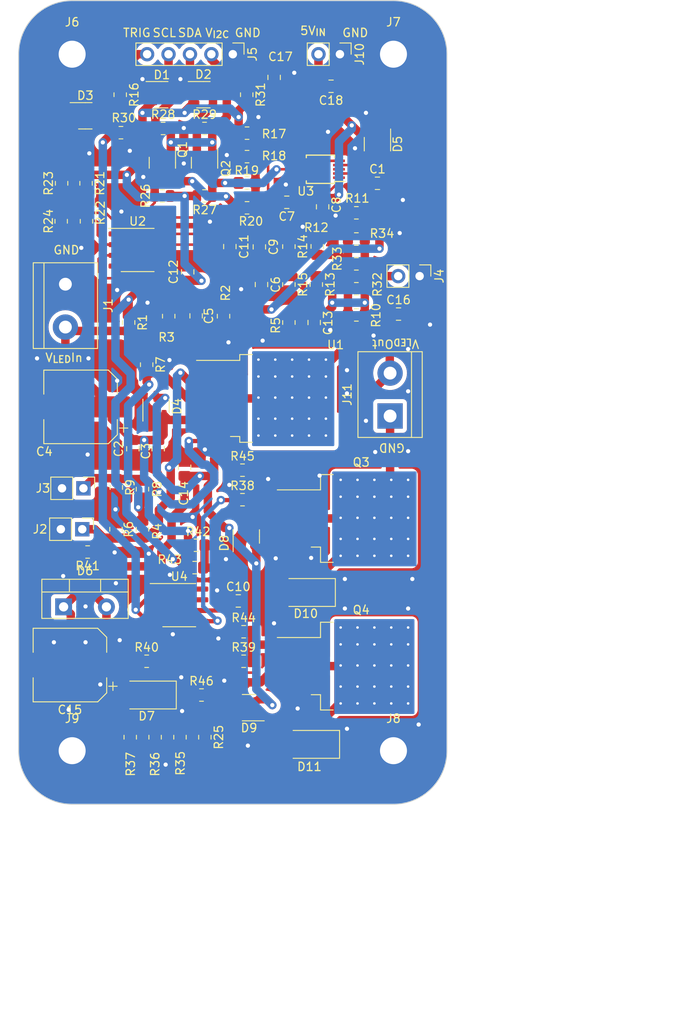
<source format=kicad_pcb>
(kicad_pcb (version 20221018) (generator pcbnew)
  (layers (0 "F.Cu" signal) (31 "B.Cu" signal) (34 "B.Paste" user) (35 "F.Paste" user) (36 "B.SilkS" user "B.Silkscreen") (37 "F.SilkS" user "F.Silkscreen") (38 "B.Mask" user) (39 "F.Mask" user) (44 "Edge.Cuts" user))
  (net 0 "")
  (net 1 "GND")
  (net 2 "Net-(U1-Set)")
  (net 3 "/DACx0501_DAC/V_{OUT}")
  (net 4 "/FETSwitch/V_{IN}")
  (net 5 "Net-(U2-IN-)")
  (net 6 "Net-(J2-Pin_1)")
  (net 7 "Net-(U1-Ilim)")
  (net 8 "Net-(U3-V_{REF})")
  (net 9 "+5V")
  (net 10 "Net-(U2-IN+)")
  (net 11 "/I2CConnection/VI2C")
  (net 13 "Net-(U4-V_{CC})")
  (net 14 "/V_{LED}")
  (net 15 "Net-(D1-A)")
  (net 16 "Net-(D2-A)")
  (net 17 "Net-(J3-Pin_1)")
  (net 18 "/DACx0501_DAC/SCL")
  (net 19 "/DACx0501_DAC/SDA")
  (net 20 "/LT3081CurrentSupply/V_{OUT}")
  (net 21 "Net-(J5-Pin_5)")
  (net 22 "Net-(U3-A0{slash}~{CS})")
  (net 23 "Net-(U2-A1)")
  (net 24 "Net-(U2-A0)")
  (net 27 "Net-(D6-K)")
  (net 28 "Net-(D7-K)")
  (net 29 "/FETSwitch/LEDGND")
  (net 30 "/DummyLEDLoad/GATEDGND")
  (net 31 "Net-(Q3-G)")
  (net 32 "Net-(Q4-G)")
  (net 33 "/FETSwitch/TRIG")
  (net 34 "Net-(R25-Pad1)")
  (net 35 "Net-(U4-OUTB)")
  (net 36 "Net-(U4-~{OUTA})")
  (footprint "Resistor_SMD:R_0805_2012Metric_Pad1.20x1.40mm_HandSolder" (layer "F.Cu") (at 117.8625 95.35 90)
    (fp_text reference "R6")
    (fp_text value "1kΩ")
  )
  (footprint "Resistor_SMD:R_0805_2012Metric_Pad1.20x1.40mm_HandSolder" (layer "F.Cu") (at 133 107.5)
    (fp_text reference "R44")
    (fp_text value "100kΩ")
  )
  (footprint "Connector_PinHeader_2.54mm:PinHeader_1x05_P2.54mm_Vertical" (layer "F.Cu") (at 131.7125 39.05 -90)
    (fp_text reference "J5")
    (fp_text value "I2C")
  )
  (footprint "Package_TO_SOT_SMD:SOT-23-3" (layer "F.Cu") (at 128.225 43.85)
    (fp_text reference "D2")
    (fp_text value "100V")
  )
  (footprint "Capacitor_SMD:C_0805_2012Metric_Pad1.18x1.45mm_HandSolder" (layer "F.Cu") (at 143.3625 42.85 180)
    (fp_text reference "C18")
    (fp_text value "10uF")
  )
  (footprint "Package_SO:SOIC-8_3.9x4.9mm_P1.27mm" (layer "F.Cu") (at 125.3625 104.35)
    (fp_text reference "U4")
    (fp_text value "IX4428_SOIC-8")
  )
  (footprint "Resistor_SMD:R_0805_2012Metric_Pad1.20x1.40mm_HandSolder" (layer "F.Cu") (at 127.3625 97.25 180)
    (fp_text reference "R42")
    (fp_text value "0Ω")
  )
  (footprint "Resistor_SMD:R_0805_2012Metric_Pad1.20x1.40mm_HandSolder" (layer "F.Cu") (at 124.1125 70.1 90)
    (fp_text reference "R3")
    (fp_text value "1kΩ")
  )
  (footprint "Package_TO_SOT_SMD:TO-263-3_TabPin2" (layer "F.Cu") (at 146.9375 94.075)
    (fp_text reference "Q3")
    (fp_text value "IXTA80N075L2")
  )
  (footprint "Package_TO_SOT_SMD:SOT-23-3" (layer "F.Cu") (at 148.8625 49.7125 -90)
    (fp_text reference "D5")
    (fp_text value "100V")
  )
  (footprint "Resistor_SMD:R_0805_2012Metric_Pad1.20x1.40mm_HandSolder" (layer "F.Cu") (at 132.8625 91.85)
    (fp_text reference "R38")
    (fp_text value "0Ω")
  )
  (footprint "Resistor_SMD:R_0805_2012Metric_Pad1.20x1.40mm_HandSolder" (layer "F.Cu") (at 128.4 120 -90)
    (fp_text reference "R25")
    (fp_text value "10Ω")
  )
  (footprint "Resistor_SMD:R_0805_2012Metric_Pad1.20x1.40mm_HandSolder" (layer "F.Cu") (at 111.3625 58.85 -90)
    (fp_text reference "R24")
    (fp_text value "1kΩ")
  )
  (footprint "TerminalBlock:TerminalBlock_bornier-2_P5.08mm" (layer "F.Cu") (at 111.8625 66.31 -90)
    (fp_text reference "J1")
    (fp_text value "V_{IN}")
  )
  (footprint "Capacitor_SMD:C_0805_2012Metric_Pad1.18x1.45mm_HandSolder" (layer "F.Cu") (at 134.8625 61.8875 -90)
    (fp_text reference "C9")
    (fp_text value "1uF")
  )
  (footprint "Resistor_SMD:R_0805_2012Metric_Pad1.20x1.40mm_HandSolder" (layer "F.Cu") (at 133.4025 54.3075)
    (fp_text reference "R19")
    (fp_text value "1kΩ")
  )
  (footprint "Resistor_SMD:R_0805_2012Metric_Pad1.20x1.40mm_HandSolder" (layer "F.Cu") (at 133.4025 57.2575)
    (fp_text reference "R20")
    (fp_text value "1kΩ")
  )
  (footprint "Package_TO_SOT_THT:TO-220-2_Vertical" (layer "F.Cu") (at 111.65 104.55)
    (fp_text reference "D6")
    (fp_text value "PSDP08120S1")
  )
  (footprint "TerminalBlock:TerminalBlock_bornier-2_P5.08mm" (layer "F.Cu") (at 150.3625 81.93 90)
    (fp_text reference "J11")
    (fp_text value "LED")
  )
  (footprint "Resistor_SMD:R_0805_2012Metric_Pad1.20x1.40mm_HandSolder" (layer "F.Cu") (at 114.5 98.05 180)
    (fp_text reference "R41")
    (fp_text value "100Ω")
  )
  (footprint "Package_TO_SOT_SMD:SOT-23-3" (layer "F.Cu") (at 123.225 43.85)
    (fp_text reference "D1")
    (fp_text value "100V")
  )
  (footprint "Resistor_SMD:R_0805_2012Metric_Pad1.20x1.40mm_HandSolder" (layer "F.Cu") (at 133.4025 51.1875 180)
    (fp_text reference "R18")
    (fp_text value "1kΩ")
  )
  (footprint "Resistor_SMD:R_0805_2012Metric" (layer "F.Cu") (at 128.3625 55.85 180)
    (fp_text reference "R27")
    (fp_text value "10kΩ")
  )
  (footprint "Capacitor_SMD:C_0805_2012Metric_Pad1.18x1.45mm_HandSolder" (layer "F.Cu") (at 122.8625 85.8125 90)
    (fp_text reference "C3")
    (fp_text value "1uF")
  )
  (footprint "Diode_SMD:D_SMA" (layer "F.Cu") (at 140.8625 120.85 180)
    (fp_text reference "D11")
    (fp_text value "2A")
  )
  (footprint "Package_SO:SOIC-8_3.9x4.9mm_P1.27mm" (layer "F.Cu") (at 120.4275 62.255)
    (fp_text reference "U2")
    (fp_text value "INA219AxD")
  )
  (footprint "Resistor_SMD:R_0805_2012Metric_Pad1.20x1.40mm_HandSolder" (layer "F.Cu") (at 141.7225 61.83 90)
    (fp_text reference "R12")
    (fp_text value "1kΩ")
  )
  (footprint "Resistor_SMD:R_0805_2012Metric_Pad1.20x1.40mm_HandSolder" (layer "F.Cu") (at 121 95.35 -90)
    (fp_text reference "R4")
    (fp_text value "1kΩ")
  )
  (footprint "Resistor_SMD:R_0805_2012Metric_Pad1.20x1.40mm_HandSolder" (layer "F.Cu") (at 122.5 120 -90)
    (fp_text reference "R36")
    (fp_text value "10Ω")
  )
  (footprint "Resistor_SMD:R_0805_2012Metric" (layer "F.Cu") (at 123.3625 55.85)
    (fp_text reference "R26")
    (fp_text value "10kΩ")
  )
  (footprint "Diode_SMD:D_SMA" (layer "F.Cu") (at 140.3625 102.85 180)
    (fp_text reference "D10")
    (fp_text value "2A")
  )
  (footprint "Resistor_SMD:R_0805_2012Metric_Pad1.20x1.40mm_HandSolder" (layer "F.Cu") (at 133.4025 48.4075)
    (fp_text reference "R17")
    (fp_text value "1kΩ")
  )
  (footprint "Resistor_SMD:R_0805_2012Metric_Pad1.20x1.40mm_HandSolder" (layer "F.Cu") (at 146.3625 60.95)
    (fp_text reference "R34")
    (fp_text value "10mΩ")
  )
  (footprint "Resistor_SMD:R_0805_2012Metric_Pad1.20x1.40mm_HandSolder" (layer "F.Cu") (at 146.3625 66.85)
    (fp_text reference "R32")
    (fp_text value "10mΩ")
  )
  (footprint "Package_TO_SOT_SMD:TO-263-3_TabPin2" (layer "F.Cu") (at 146.9375 111.575)
    (fp_text reference "Q4")
    (fp_text value "IXTA80N075L2")
  )
  (footprint "Capacitor_SMD:C_0805_2012Metric_Pad1.18x1.45mm_HandSolder" (layer "F.Cu") (at 127.3625 70.0625 90)
    (fp_text reference "C5")
    (fp_text value "10nF")
  )
  (footprint "Resistor_SMD:R_0805_2012Metric_Pad1.20x1.40mm_HandSolder" (layer "F.Cu") (at 121 90.6 90)
    (fp_text reference "R8")
    (fp_text value "1kΩ")
  )
  (footprint "Resistor_SMD:R_0805_2012Metric_Pad1.20x1.40mm_HandSolder" (layer "F.Cu") (at 114.3625 58.85 -90)
    (fp_text reference "R22")
    (fp_text value "1kΩ")
  )
  (footprint "Capacitor_SMD:C_0805_2012Metric_Pad1.18x1.45mm_HandSolder" (layer "F.Cu") (at 148.8625 54.35)
    (fp_text reference "C1")
    (fp_text value "10nF")
  )
  (footprint "Resistor_SMD:R_0805_2012Metric_Pad1.20x1.40mm_HandSolder" (layer "F.Cu") (at 138.3625 61.85 -90)
    (fp_text reference "R14")
    (fp_text value "1kΩ")
  )
  (footprint "Resistor_SMD:R_0805_2012Metric_Pad1.20x1.40mm_HandSolder" (layer "F.Cu") (at 141.6125 66.35 -90)
    (fp_text reference "R13")
    (fp_text value "1kΩ")
  )
  (footprint "Package_TO_SOT_SMD:SOT-23" (layer "F.Cu") (at 128.3625 51.9125 -90)
    (fp_text reference "Q2")
    (fp_text value "Q_NMOS_GSD")
  )
  (footprint "MountingHole:MountingHole_3.2mm_M3_DIN965_Pad" (layer "F.Cu") (at 112.6625 39.05)
    (fp_text reference "J6")
    (fp_text value "Screw_Terminal_01x01")
  )
  (footprint "Capacitor_SMD:C_0805_2012Metric_Pad1.18x1.45mm_HandSolder" (layer "F.Cu") (at 142.3625 57.1375 -90)
    (fp_text reference "C8")
    (fp_text value "1uF")
  )
  (footprint "Resistor_SMD:R_0805_2012Metric_Pad1.20x1.40mm_HandSolder" (layer "F.Cu") (at 138.3625 66.35 -90)
    (fp_text reference "R15")
    (fp_text value "1kΩ")
  )
  (footprint "Resistor_SMD:R_0805_2012Metric_Pad1.20x1.40mm_HandSolder" (layer "F.Cu") (at 121.5 111)
    (fp_text reference "R40")
    (fp_text value "100Ω")
  )
  (footprint "Package_TO_SOT_SMD:SOT-23-3" (layer "F.Cu") (at 133.3125 96.2125 90)
    (fp_text reference "D8")
    (fp_text value "100V")
  )
  (footprint "Capacitor_SMD:CP_Elec_8x10.5" (layer "F.Cu") (at 113.6625 80.85 180)
    (fp_text reference "C4")
    (fp_text value "100uF")
  )
  (footprint "Capacitor_SMD:C_0805_2012Metric_Pad1.18x1.45mm_HandSolder" (layer "F.Cu") (at 135.1125 66.35 -90)
    (fp_text reference "C6")
    (fp_text value "1uF")
  )
  (footprint "Resistor_SMD:R_0805_2012Metric_Pad1.20x1.40mm_HandSolder" (layer "F.Cu") (at 130.6125 70.1 -90)
    (fp_text reference "R2")
    (fp_text value "1kΩ")
  )
  (footprint "Resistor_SMD:R_0805_2012Metric_Pad1.20x1.40mm_HandSolder" (layer "F.Cu") (at 138.3625 70.85 90)
    (fp_text reference "R5")
    (fp_text value "4kΩ")
  )
  (footprint "Connector_PinHeader_2.54mm:PinHeader_1x02_P2.54mm_Vertical" (layer "F.Cu") (at 113.8625 95.35 -90)
    (fp_text reference "J2")
    (fp_text value "PosIMon")
  )
  (footprint "Resistor_SMD:R_0805_2012Metric_Pad1.20x1.40mm_HandSolder" (layer "F.Cu") (at 111.4125 54.35 -90)
    (fp_text reference "R23")
    (fp_text value "1kΩ")
  )
  (footprint "Package_TO_SOT_SMD:SOT-23" (layer "F.Cu") (at 123.3625 51.9125 -90)
    (fp_text reference "Q1")
    (fp_text value "Q_NMOS_GSD")
  )
  (footprint "Connector_PinHeader_2.54mm:PinHeader_1x02_P2.54mm_Vertical" (layer "F.Cu") (at 114 90.5 -90)
    (fp_text reference "J3")
    (fp_text value "PosTempMon")
  )
  (footprint "Resistor_SMD:R_0805_2012Metric_Pad1.20x1.40mm_HandSolder" (layer "F.Cu") (at 132.8625 88.35)
    (fp_text reference "R45")
    (fp_text value "100kΩ")
  )
  (footprint "Resistor_SMD:R_0805_2012Metric_Pad1.20x1.40mm_HandSolder" (layer "F.Cu") (at 146.3625 63.9)
    (fp_text reference "R33")
    (fp_text value "10mΩ")
  )
  (footprint "Connector_PinHeader_2.54mm:PinHeader_1x02_P2.54mm_Vertical" (layer "F.Cu") (at 153.8625 65.35 -90)
    (fp_text reference "J4")
    (fp_text value "V_{LED}")
  )
  (footprint "Resistor_SMD:R_0805_2012Metric" (layer "F.Cu") (at 123.45 47.85)
    (fp_text reference "R28")
    (fp_text value "10kΩ")
  )
  (footprint "Resistor_SMD:R_0805_2012Metric_Pad1.20x1.40mm_HandSolder" (layer "F.Cu") (at 128 115)
    (fp_text reference "R46")
    (fp_text value "100Ω")
  )
  (footprint "MountingHole:MountingHole_3.2mm_M3_DIN965_Pad" (layer "F.Cu") (at 112.6625 121.6)
    (fp_text reference "J9")
    (fp_text value "Screw_Terminal_01x01")
  )
  (footprint "Capacitor_SMD:C_0805_2012Metric_Pad1.18x1.45mm_HandSolder" (layer "F.Cu") (at 126 88 90)
    (fp_text reference "C14")
    (fp_text value "10uF")
  )
  (footprint "Resistor_SMD:R_0805_2012Metric_Pad1.20x1.40mm_HandSolder" (layer "F.Cu") (at 127.2 99.9 180)
    (fp_text reference "R43")
    (fp_text value "0Ω")
  )
  (footprint "Package_TO_SOT_SMD:SOT-23-3" (layer "F.Cu") (at 114.225 46.35)
    (fp_text reference "D3")
    (fp_text value "100V")
  )
  (footprint "Connector_PinHeader_2.54mm:PinHeader_1x02_P2.54mm_Vertical" (layer "F.Cu") (at 144.4125 39.05 -90)
    (fp_text reference "J10")
    (fp_text value "+5V_{IN}")
  )
  (footprint "Capacitor_SMD:C_0805_2012Metric_Pad1.18x1.45mm_HandSolder" (layer "F.Cu") (at 132.3625 103.85)
    (fp_text reference "C10")
    (fp_text value "1uF")
  )
  (footprint "Package_TO_SOT_SMD:SOT-23-3" (layer "F.Cu") (at 133.6375 116.5 180)
    (fp_text reference "D9")
    (fp_text value "100V")
  )
  (footprint "Resistor_SMD:R_0805_2012Metric_Pad1.20x1.40mm_HandSolder" (layer "F.Cu") (at 121.5 75.85 -90)
    (fp_text reference "R7")
    (fp_text value "1kΩ")
  )
  (footprint "Capacitor_SMD:C_0805_2012Metric_Pad1.18x1.45mm_HandSolder" (layer "F.Cu") (at 138.1125 56.6 180)
    (fp_text reference "C7")
    (fp_text value "1uF")
  )
  (footprint "Diode_SMD:D_SMA" (layer "F.Cu") (at 121.5 115 180)
    (fp_text reference "D7")
    (fp_text value "2A")
  )
  (footprint "Resistor_SMD:R_0805_2012Metric" (layer "F.Cu") (at 133.3625 43.85 -90)
    (fp_text reference "R31")
    (fp_text value "NS")
  )
  (footprint "Resistor_SMD:R_0805_2012Metric" (layer "F.Cu") (at 118.45 48.35 180)
    (fp_text reference "R30")
    (fp_text value "10kΩ")
  )
  (footprint "MountingHole:MountingHole_3.2mm_M3_DIN965_Pad" (layer "F.Cu") (at 150.7625 121.6)
    (fp_text reference "J8")
    (fp_text value "Screw_Terminal_01x01")
  )
  (footprint "Capacitor_SMD:C_0805_2012Metric_Pad1.18x1.45mm_HandSolder" (layer "F.Cu") (at 141.3625 70.85 90)
    (fp_text reference "C13")
    (fp_text value "10nF")
  )
  (footprint "Package_TO_SOT_SMD:SOT-23-3" (layer "F.Cu") (at 122.6125 80.7375 90)
    (fp_text reference "D4")
    (fp_text value "100V")
  )
  (footprint "Package_TO_SOT_SMD:TO-263-7_TabPin8" (layer "F.Cu") (at 137.3625 79.85)
    (fp_text reference "U1")
    (fp_text value "LT3081-DPAK-7")
  )
  (footprint "Resistor_SMD:R_0805_2012Metric_Pad1.20x1.40mm_HandSolder" (layer "F.Cu") (at 119.3625 70.85 -90)
    (fp_text reference "R1")
    (fp_text value "NSΩ")
  )
  (footprint "Capacitor_SMD:CP_Elec_8x10.5" (layer "F.Cu") (at 112.4 111.45 180)
    (fp_text reference "C15")
    (fp_text value "100uF")
  )
  (footprint "Package_SO:MSOP-10_3x3mm_P0.5mm" (layer "F.Cu") (at 142.1025 52.6875 180)
    (fp_text reference "U3")
    (fp_text value "DACx0501")
  )
  (footprint "Resistor_SMD:R_0805_2012Metric_Pad1.20x1.40mm_HandSolder" (layer "F.Cu") (at 114.3125 54.35 -90)
    (fp_text reference "R21")
    (fp_text value "1kΩ")
  )
  (footprint "Capacitor_SMD:C_0805_2012Metric" (layer "F.Cu") (at 136.6125 41.8 90)
    (fp_text reference "C17")
    (fp_text value "1uF")
  )
  (footprint "Capacitor_SMD:C_0805_2012Metric_Pad1.18x1.45mm_HandSolder" (layer "F.Cu") (at 131.3625 61.85 -90)
    (fp_text reference "C11")
    (fp_text value "1uF")
  )
  (footprint "MountingHole:MountingHole_3.2mm_M3_DIN965_Pad" (layer "F.Cu") (at 150.7625 39.05)
    (fp_text reference "J7")
    (fp_text value "Screw_Terminal_01x01")
  )
  (footprint "Resistor_SMD:R_0805_2012Metric" (layer "F.Cu") (at 118.3625 43.85 -90)
    (fp_text reference "R16")
    (fp_text value "100Ω")
  )
  (footprint "Resistor_SMD:R_0805_2012Metric_Pad1.20x1.40mm_HandSolder" (layer "F.Cu") (at 146.3625 69.95)
    (fp_text reference "R10")
    (fp_text value "10mΩ")
  )
  (footprint "Resistor_SMD:R_0805_2012Metric_Pad1.20x1.40mm_HandSolder" (layer "F.Cu") (at 119.55 120 -90)
    (fp_text reference "R37")
    (fp_text value "10Ω")
  )
  (footprint "Resistor_SMD:R_0805_2012Metric" (layer "F.Cu") (at 128.3625 47.85)
    (fp_text reference "R29")
    (fp_text value "10kΩ")
  )
  (footprint "Resistor_SMD:R_0805_2012Metric_Pad1.20x1.40mm_HandSolder" (layer "F.Cu") (at 125.45 120 -90)
    (fp_text reference "R35")
    (fp_text value "10Ω")
  )
  (footprint "Resistor_SMD:R_0805_2012Metric_Pad1.20x1.40mm_HandSolder" (layer "F.Cu") (at 146.3625 57.85 180)
    (fp_text reference "R11")
    (fp_text value "1kΩ")
  )
  (footprint "Capacitor_SMD:C_0805_2012Metric_Pad1.18x1.45mm_HandSolder" (layer "F.Cu") (at 119.8625 85.8125 90)
    (fp_text reference "C2")
    (fp_text value "10uF")
  )
  (footprint "Capacitor_SMD:C_0805_2012Metric_Pad1.18x1.45mm_HandSolder" (layer "F.Cu") (at 151.3625 69.85)
    (fp_text reference "C16")
    (fp_text value "1uF")
  )
  (footprint "Resistor_SMD:R_0805_2012Metric_Pad1.20x1.40mm_HandSolder" (layer "F.Cu") (at 117.9 90.4 -90)
    (fp_text reference "R9")
    (fp_text value "1kΩ")
  )
  (footprint "Resistor_SMD:R_0805_2012Metric_Pad1.20x1.40mm_HandSolder" (layer "F.Cu") (at 133 111)
    (fp_text reference "R39")
    (fp_text value "0Ω")
  )
  (footprint "Capacitor_SMD:C_0805_2012Metric_Pad1.18x1.45mm_HandSolder" (layer "F.Cu") (at 126.3625 64.85 90)
    (fp_text reference "C12")
    (fp_text value "1uF")
  )
  (gr_line (start 106.3125 121.6) (end 106.3125 39.05) (stroke (width 0.1)) (layer "Edge.Cuts"))
  (gr_line (start 150.7625 127.95) (end 112.6625 127.95) (stroke (width 0.1)) (layer "Edge.Cuts"))
  (gr_arc (start 150.7625 32.7) (mid 155.252628 34.559872) (end 157.1125 39.05) (stroke (width 0.1)) (layer "Edge.Cuts"))
  (gr_arc (start 157.1125 121.6) (mid 155.252628 126.090128) (end 150.7625 127.95) (stroke (width 0.1)) (layer "Edge.Cuts"))
  (gr_arc (start 106.3125 39.05) (mid 108.172372 34.559872) (end 112.6625 32.7) (stroke (width 0.1)) (layer "Edge.Cuts"))
  (gr_arc (start 112.6625 127.95) (mid 108.172372 126.090128) (end 106.3125 121.6) (stroke (width 0.1)) (layer "Edge.Cuts"))
  (gr_line (start 112.6625 32.7) (end 150.7625 32.7) (stroke (width 0.1)) (layer "Edge.Cuts"))
  (gr_line (start 157.1125 39.05) (end 157.1125 121.6) (stroke (width 0.1)) (layer "Edge.Cuts"))
  (gr_text "5V_{IN}" (at 139.6125 36.85) (layer "F.SilkS") (effects (font (size 1 1)) (justify left bottom)))
  (gr_text "SCL" (at 122.1125 37.1) (layer "F.SilkS") (effects (font (size 1 1)) (justify left bottom)))
  (gr_text "TRIG" (at 118.6125 37.1) (layer "F.SilkS") (effects (font (size 1 1)) (justify left bottom)))
  (gr_text "SDA" (at 125.1125 37.1) (layer "F.SilkS") (effects (font (size 1 1)) (justify left bottom)))
  (gr_text "V_{I2C}" (at 128.3625 37.1) (layer "F.SilkS") (effects (font (size 1 1)) (justify left bottom)))
  (gr_text "GND" (at 144.6125 37.1) (layer "F.SilkS") (effects (font (size 1 1)) (justify left bottom)))
  (gr_text "GND" (at 131.8625 37.1) (layer "F.SilkS") (effects (font (size 1 1)) (justify left bottom)))
  (gr_text "GND" (at 110.3625 62.85) (layer "F.SilkS") (effects (font (size 1 1)) (justify left bottom)))
  (gr_text "V_{LED}In" (at 109.4 75.6) (layer "F.SilkS") (effects (font (size 1 1)) (justify left bottom)))
  (gr_text "GND" (at 152.2 85.1 180) (layer "F.SilkS") (effects (font (size 1 1)) (justify left bottom)))
  (gr_text "V_{LED}Out" (at 153.9 72.8 180) (layer "F.SilkS") (effects (font (size 1 1)) (justify left bottom)))
  (segment (start 153.8625 58.3125) (end 153.8625 65.35) (width 1) (layer "F.Cu") (net 1))
  (segment (start 132 107.5) (end 130.8 107.5) (width 1) (layer "F.Cu") (net 1))
  (segment (start 125.8875 86.85) (end 126 86.9625) (width 1) (layer "F.Cu") (net 1))
  (segment (start 155 86) (end 155 119) (width 1) (layer "F.Cu") (net 1))
  (segment (start 126.3625 63.8125) (end 129.0125 63.8125) (width 1) (layer "F.Cu") (net 1))
  (segment (start 109.9625 77.9625) (end 108.5 76.5) (width 1) (layer "F.Cu") (net 1))
  (segment (start 147.8625 124.5) (end 138 124.5) (width 1) (layer "F.Cu") (net 1))
  (segment (start 119.5 48.4875) (end 119.3625 48.35) (width 1) (layer "F.Cu") (net 1))
  (segment (start 122 72.2) (end 122 70.4) (width 1) (layer "F.Cu") (net 1))
  (segment (start 108.5 76.5) (end 108.5 75.1) (width 1) (layer "F.Cu") (net 1))
  (segment (start 117.8625 93) (end 117.8 93) (width 1) (layer "F.Cu") (net 1))
  (segment (start 150.075 48.575) (end 151.5 50) (width 1) (layer "F.Cu") (net 1))
  (segment (start 109.19 66.31) (end 111.8625 66.31) (width 1) (layer "F.Cu") (net 1))
  (segment (start 144.4125 39.05) (end 144.4125 42.8375) (width 1) (layer "F.Cu") (net 1))
  (segment (start 136.35 120.85) (end 138.8625 120.85) (width 1) (layer "F.Cu") (net 1))
  (segment (start 132 107.5) (end 132 106.5) (width 1) (layer "F.Cu") (net 1))
  (segment (start 129.7 66.9) (end 130.7 66.9) (width 1) (layer "F.Cu") (net 1))
  (segment (start 134.775 119.275) (end 136.35 120.85) (width 1) (layer "F.Cu") (net 1))
  (segment (start 132.4025 51.1875) (end 131.1875 51.1875) (width 1) (layer "F.Cu") (net 1))
  (segment (start 133.4 105.1) (end 133.4 103.85) (width 1) (layer "F.Cu") (net 1))
  (segment (start 145.0375 58.175) (end 145.3625 57.85) (width 1) (layer "F.Cu") (net 1))
  (segment (start 119.5 50.5) (end 119.5 48.4875) (width 1) (layer "F.Cu") (net 1))
  (segment (start 144.4 42.85) (end 146.35 42.85) (width 1) (layer "F.Cu") (net 1))
  (segment (start 109.9625 86.5) (end 109.9625 89.0025) (width 1) (layer "F.Cu") (net 1))
  (segment (start 131.3 88.9125) (end 131.8625 88.35) (width 1) (layer "F.Cu") (net 1))
  (segment (start 131.95 39.05) (end 135.5 35.5) (width 1) (layer "F.Cu") (net 1))
  (segment (start 134.775 117.45) (end 134.775 119.275) (width 1) (layer "F.Cu") (net 1))
  (segment (start 142.9 50.2) (end 142 51.1) (width 0.3) (layer "F.Cu") (net 1))
  (segment (start 131.7125 39.05) (end 131.7125 37.2125) (width 1) (layer "F.Cu") (net 1))
  (segment (start 139.2875 114.115) (end 139.2875 116.4875) (width 1) (layer "F.Cu") (net 1))
  (segment (start 142 51.1) (end 142 53.7) (width 0.3) (layer "F.Cu") (net 1))
  (segment (start 139.2875 116.4875) (end 139.4 116.6) (width 1) (layer "F.Cu") (net 1))
  (segment (start 144.4125 39.05) (end 150.7625 39.05) (width 1) (layer "F.Cu") (net 1))
  (segment (start 122.9025 62.89) (end 125.44 62.89) (width 0.3) (layer "F.Cu") (net 1))
  (segment (start 134.8125 39.05) (end 136.6125 40.85) (width 1) (layer "F.Cu") (net 1))
  (segment (start 110.0625 86.6) (end 109.9625 86.5) (width 1) (layer "F.Cu") (net 1))
  (segment (start 132.3625 97.35) (end 132.3625 99.3) (width 1) (layer "F.Cu") (net 1))
  (segment (start 135.5 35.5) (end 147.2125 35.5) (width 1) (layer "F.Cu") (net 1))
  (segment (start 117.8625 91.4375) (end 117.8625 93) (width 1) (layer "F.Cu") (net 1))
  (segment (start 128.4 85.9) (end 127.3375 86.9625) (width 1) (layer "F.Cu") (net 1))
  (segment (start 146.35 42.85) (end 149.8125 46.3125) (width 1) (layer "F.Cu") (net 1))
  (segment (start 131.3 90.1) (end 131.3 88.9125) (width 1) (layer "F.Cu") (net 1))
  (segment (start 116.2125 35.5) (end 112.6625 39.05) (width 1) (layer "F.Cu") (net 1))
  (segment (start 119.4 74.8) (end 114.9 74.8) (width 1) (layer "F.Cu") (net 1))
  (segment (start 154 85) (end 155 86) (width 1) (layer "F.Cu") (net 1))
  (segment (start 114.4 86.6) (end 110.0625 86.6) (width 1) (layer "F.Cu") (net 1))
  (segment (start 137.3625 103.85) (end 138.3625 102.85) (width 1) (layer "F.Cu") (net 1))
  (segment (start 139.2875 101.925) (end 138.3625 102.85) (width 1) (layer "F.Cu") (net 1))
  (segment (start 131.9625 98.9) (end 132.3625 99.3) (width 1) (layer "F.Cu") (net 1))
  (segment (start 138.65 60.85) (end 141.325 58.175) (width 1) (layer "F.Cu") (net 1))
  (segment (start 137.075 56.6) (end 137.075 59.5625) (width 1) (layer "F.Cu") (net 1))
  (segment (start 147.2125 35.5) (end 150.7625 39.05) (width 1) (layer "F.Cu") (net 1))
  (segment (start 139.2875 96.615) (end 139.2875 101.925) (width 1) (layer "F.Cu") (net 1))
  (segment (start 138.8625 123.6375) (end 138 124.5) (width 1) (layer "F.Cu") (net 1))
  (segment (start 119.6125 86.6) (end 114.6 86.6) (width 1) (layer "F.Cu") (net 1))
  (segment (start 142 53.7) (end 140.9 54.8) (width 0.3) (layer "F.Cu") (net 1))
  (segment (start 124.1125 69.1) (end 127.2875 69.1) (width 1) (layer "F.Cu") (net 1))
  (segment (start 113.0875 45.4) (end 113.0875 39.475) (width 1) (layer "F.Cu") (net 1))
  (segment (start 149.8125 46.3125) (end 149.8125 48.575) (width 1) (layer "F.Cu") (net 1))
  (segment (start 153.8625 65.35) (end 153.8625 68.3875) (width 1) (layer "F.Cu") (net 1))
  (segment (start 114.6 86.6) (end 114.5 86.5) (width 1) (layer "F.Cu") (net 1))
  (segment (start 119.4 74.8) (end 122 72.2) (width 1) (layer "F.Cu") (net 1))
  (segment (start 151.875 56.325) (end 153.8625 58.3125) (width 1) (layer "F.Cu") (net 1))
  (segment (start 117.8625 93) (end 117.8625 94.35) (width 1) (layer "F.Cu") (net 1))
  (segment (start 140.9 58.6) (end 140 59.5) (width 0.3) (layer "F.Cu") (net 1))
  (segment (start 108.5 75.1) (end 108.5 67) (width 1) (layer "F.Cu") (net 1))
  (segment (start 121.1875 42) (end 122.0875 42.9) (width 1) (layer "F.Cu") (net 1))
  (segment (start 134.625 66.9) (end 135.1125 67.3875) (width 1) (layer "F.Cu") (net 1))
  (segment (start 115.5625 124.5) (end 112.6625 121.6) (width 1) (layer "F.Cu") (net 1))
  (segment (start 122 70.4) (end 123.3 69.1) (width 1) (layer "F.Cu") (net 1))
  (segment (start 144.3025 52.1875) (end 145.8125 52.1875) (width 0.3) (layer "F.Cu") (net 1))
  (segment (start 139.2875 120.425) (end 138.8625 120.85) (width 1) (layer "F.Cu") (net 1))
  (segment (start 130 35.5) (end 116.2125 35.5) (width 1) (layer "F.Cu") (net 1))
  (segment (start 139.4 116.6) (end 139.2875 116.7125) (width 1) (layer "F.Cu") (net 1))
  (segment (start 120.7 79.1) (end 119.4 77.8) (width 1) (layer "F.Cu") (net 1))
  (segment (start 108.5 98.1725) (end 111.3225 95.35) (width 1) (layer "F.Cu") (net 1))
  (segment (start 108.5 43.2125) (end 112.6625 39.05) (width 1) (layer "F.Cu") (net 1))
  (segment (start 108.5 67) (end 108.5 43.2125) (width 1) (layer "F.Cu") (net 1))
  (segment (start 150.7625 121.6) (end 147.8625 124.5) (width 1) (layer "F.Cu") (net 1))
  (segment (start 140.9 54.8) (end 140.9 58.6) (width 0.3) (layer "F.Cu") (net 1))
  (segment (start 130.7 65.5) (end 130.7 66.9) (width 1) (layer "F.Cu") (net 1))
  (segment (start 138.8625 120.85) (end 138.8625 123.6375) (width 1) (layer "F.Cu") (net 1))
  (segment (start 119.4 77.8) (end 119.4 74.8) (width 1) (layer "F.Cu") (net 1))
  (segment (start 109.9625 89.0025) (end 111.46 90.5) (width 1) (layer "F.Cu") (net 1))
  (segment (start 111.46 93) (end 111.46 95.2125) (width 1) (layer "F.Cu") (net 1))
  (segment (start 132.7 66.9) (end 134.625 66.9) (width 1) (layer "F.Cu") (net 1))
  (segment (start 114.3625 59.85) (end 111.3625 59.85) (width 1) (layer "F.Cu") (net 1))
  (segment (start 149.9 54.35) (end 151.875 56.325) (width 1) (layer "F.Cu") (net 1))
  (segment (start 155 119) (end 152.4 121.6) (width 1) (layer "F.Cu") (net 1))
  (segment (start 138 124.5) (end 115.5625 124.5) (width 1) (layer "F.Cu") (net 1))
  (segment (start 148.9 49.7) (end 149.8125 48.7875) (width 0.3) (layer "F.Cu") (net 1))
  (segment (start 131.7125 39.05) (end 134.8125 39.05) (width 1) (layer "F.Cu") (net 1))
  (segment (start 130.9 98.9) (end 131.9625 98.9) (width 1) (layer "F.Cu") (net 1))
  (segment (start 124.7 105.6) (end 124.7 107.7) (width 0.5) (layer "F.Cu") (net 1))
  (segment (start 120.7 80.9125) (end 120.7 79.1) (width 1) (layer "F.Cu") (net 1))
  (segment (start 123.3 69.1) (end 124.1125 69.1) (width 1) (layer "F.Cu") (net 1))
  (segment (start 141.325 58.175) (end 142.3625 58.175) (width 1) (layer "F.Cu") (net 1))
  (segment (start 111.46 90.5) (end 111.46 93) (width 1) (layer "F.Cu") (net 1))
  (segment (start 122.8875 104.985) (end 124.085 104.985) (width 0.5) (layer "F.Cu") (net 1))
  (segment (start 122.8625 86.85) (end 119.8625 86.85) (width 1) (layer "F.Cu") (net 1))
  (segment (start 138.3625 60.85) (end 138.65 60.85) (width 1) (layer "F.Cu") (net 1))
  (segment (start 152.4 71.4) (end 154 73) (width 1) (layer "F.Cu") (net 1))
  (segment (start 131.1875 51.1875) (end 131 51) (width 1) (layer "F.Cu") (net 1))
  (segment (start 125.44 62.89) (end 126.3625 63.8125) (width 0.3) (layer "F.Cu") (net 1))
  (segment (start 109.9625 80.85) (end 109.9625 86.5) (width 1) (layer "F.Cu") (net 1))
  (segment (start 114.9 74.8) (end 114.6 75.1) (width 1) (layer "F.Cu") (net 1))
  (segment (start 153.8625 68.3875) (end 152.4 69.85) (width 1) (layer "F.Cu") (net 1))
  (segment (start 132.3625 99.3) (end 132.3625 99.8625) (width 1) (layer "F.Cu") (net 1))
  (segment (start 154 73) (end 154 85) (width 1) (layer "F.Cu") (net 1))
  (segment (start 151.5 52.75) (end 149.9 54.35) (width 1) (layer "F.Cu") (net 1))
  (segment (start 149.8125 48.575) (end 150.075 48.575) (width 1) (layer "F.Cu") (net 1))
  (segment (start 122.8625 86.85) (end 125.8875 86.85) (width 1) (layer "F.Cu") (net 1))
  (segment (start 108.5 117.4375) (end 108.5 98.1725) (width 1) (layer "F.Cu") (net 1))
  (segment (start 127.575 69.025) (end 129.7 66.9) (width 1) (layer "F.Cu") (net 1))
  (segment (start 148.3 49.7) (end 148.9 49.7) (width 0.3) (layer "F.Cu") (net 1))
  (segment (start 129.0125 63.8125) (end 130.7 65.5) (width 1) (layer "F.Cu") (net 1))
  (segment (start 127.3375 86.9625) (end 126 86.9625) (width 1) (layer "F.Cu") (net 1))
  (segment (start 131.7125 37.2125) (end 130 35.5) (width 1) (layer "F.Cu") (net 1))
  (segment (start 145.8125 52.1875) (end 148.3 49.7) (width 0.3) (layer "F.Cu") (net 1))
  (segment (start 146.2 50.2) (end 142.9 50.2) (width 0.3) (layer "F.Cu") (net 1))
  (segment (start 132.3625 99.8625) (end 133.4 100.9) (width 1) (layer "F.Cu") (net 1))
  (segment (start 108.5 67) (end 109.19 66.31) (width 1) (layer "F.Cu") (net 1))
  (segment (start 117.8 93) (end 111.46 93) (width 1) (layer "F.Cu") (net 1))
  (segment (start 132 106.5) (end 133.4 105.1) (width 1) (layer "F.Cu") (net 1))
  (segment (start 151.5 50) (end 151.5 52.75) (width 1) (layer "F.Cu") (net 1))
  (segment (start 130.7 66.9) (end 132.7 66.9) (width 1) (layer "F.Cu") (net 1))
  (segment (start 114.5 86.5) (end 114.4 86.6) (width 1) (layer "F.Cu") (net 1))
  (segment (start 121.6625 81.875) (end 120.7 80.9125) (width 1) (layer "F.Cu") (net 1))
  (segment (start 137.075 59.5625) (end 138.3625 60.85) (width 1) (layer "F.Cu") (net 1))
  (segment (start 119.8625 86.85) (end 119.6125 86.6) (width 1) (layer "F.Cu") (net 1))
  (segment (start 124.7 107.7) (end 124.6 107.8) (width 0.5) (layer "F.Cu") (net 1))
  (segment (start 142.3625 58.175) (end 145.0375 58.175) (width 1) (layer "F.Cu") (net 1))
  (segment (start 138.3625 67.35) (end 135.15 67.35) (width 1) (layer "F.Cu") (net 1))
  (segment (start 130.8 107.5) (end 130 108.3) (width 1) (layer "F.Cu") (net 1))
  (segment (start 121 42) (end 121.1875 42) (width 1) (layer "F.Cu") (net 1))
  (segment (start 124.085 104.985) (end 124.7 105.6) (width 0.5) (layer "F.Cu") (net 1))
  (segment (start 126.4 42.9) (end 125.5 42) (width 1) (layer "F.Cu") (net 1))
  (segment (start 112.6625 121.6) (end 108.5 117.4375) (width 1) (layer "F.Cu") (net 1))
  (segment (start 152.4 69.85) (end 152.4 71.4) (width 1) (layer "F.Cu") (net 1))
  (segment (start 138.3625 60.85) (end 134.8625 60.85) (width 1) (layer "F.Cu") (net 1))
  (segment (start 127.0875 42.9) (end 126.4 42.9) (width 1) (layer "F.Cu") (net 1))
  (segment (start 133.4 103.85) (end 137.3625 103.85) (width 1) (layer "F.Cu") (net 1))
  (segment (start 133.4 100.9) (end 133.4 103.85) (width 1) (layer "F.Cu") (net 1))
  (segment (start 139.2875 116.7125) (end 139.2875 120.425) (width 1) (layer "F.Cu") (net 1))
  (segment (start 109.9625 80.85) (end 109.9625 77.9625) (width 1) (layer "F.Cu") (net 1))
  (via (at 145 101.25) (size 1) (drill 0.5) (layers "F.Cu" "B.Cu") (net 1))
  (via (at 125.7 116.9) (size 1) (drill 0.5) (layers "F.Cu" "B.Cu") (net 1))
  (via (at 141 98.75) (size 1) (drill 0.5) (layers "F.Cu" "B.Cu") (net 1))
  (via (at 129.85 102.6) (size 1) (drill 0.5) (layers "F.Cu" "B.Cu") (net 1))
  (via (at 125.9 47.8) (size 1) (drill 0.5) (layers "F.Cu" "B.Cu") (net 1))
  (via (at 130.7 113.3) (size 1) (drill 0.5) (layers "F.Cu" "B.Cu") (net 1))
  (via (at 117.8 93) (size 1) (drill 0.5) (layers "F.Cu" "B.Cu") (net 1))
  (via (at 142 89) (size 1) (drill 0.5) (layers "F.Cu" "B.Cu") (net 1))
  (via (at 145.25 76.5) (size 1) (drill 0.5) (layers "F.Cu" "B.Cu") (net 1))
  (via (at 118 77.75) (size 1) (drill 0.5) (layers "F.Cu" "B.Cu") (net 1))
  (via (at 152.5 74) (size 1) (drill 0.5) (layers "F.Cu" "B.Cu") (net 1))
  (via (at 134.75 46.5) (size 1) (drill 0.5) (layers "F.Cu" "B.Cu") (net 1))
  (via (at 145.25 79.25) (size 1) (drill 0.5) (layers "F.Cu" "B.Cu") (net 1))
  (via (at 114.25 104.5) (size 1) (drill 0.5) (layers "F.Cu" "B.Cu") (net 1))
  (via (at 143.25 71.75) (size 1) (drill 0.5) (layers "F.Cu" "B.Cu") (net 1))
  (via (at 138 54.5) (size 1) (drill 0.5) (layers "F.Cu" "B.Cu") (net 1))
  (via (at 146.2 50.2) (size 1) (drill 0.5) (layers "F.Cu" "B.Cu") (net 1))
  (via (at 131.3 90.1) (size 1) (drill 0.5) (layers "F.Cu" "B.Cu") (net 1))
  (via (at 136.8 98.8) (size 1) (drill 0.5) (layers "F.Cu" "B.Cu") (net 1))
  (via (at 125.6 112.9) (size 1) (drill 0.5) (layers "F.Cu" "B.Cu") (net 1))
  (via (at 145 104.75) (size 1) (drill 0.5) (layers "F.Cu" "B.Cu") (net 1))
  (via (at 112.25 116.75) (size 1) (drill 0.5) (layers "F.Cu" "B.Cu") (net 1))
  (via (at 128.4 85.9) (size 1) (drill 0.5) (layers "F.Cu" "B.Cu") (net 1))
  (via (at 116 113.75) (size 1) (drill 0.5) (layers "F.Cu" "B.Cu") (net 1))
  (via (at 108.5 75.1) (size 1) (drill 0.5) (layers "F.Cu" "B.Cu") (net 1))
  (via (at 111.6 100.9) (size 1) (drill 0.5) (layers "F.Cu" "B.Cu") (net 1))
  (via (at 148.6 86.2) (size 1) (drill 0.5) (layers "F.Cu" "B.Cu") (net 1))
  (via (at 121.1 53.6) (size 1) (drill 0.5) (layers "F.Cu" "B.Cu") (net 1))
  (via (at 151.875 56.325) (size 1) (drill 0.5) (layers "F.Cu" "B.Cu") (net 1))
  (via (at 114.7 50.8) (size 1) (drill 0.5) (layers "F.Cu" "B.Cu") (net 1))
  (via (at 130 108.3) (size 1) (drill 0.5) (layers "F.Cu" "B.Cu") (net 1))
  (via (at 135.25 73) (size 1) (drill 0.5) (layers "F.Cu" "B.Cu") (net 1))
  (via (at 125.9 52) (size 1) (drill 0.5) (layers "F.Cu" "B.Cu") (net 1))
  (via (at 117.85 101.75) (size 1) (drill 0.5) (layers "F.Cu" "B.Cu") (net 1))
  (via (at 110.5 108.75) (size 1) (drill 0.5) (layers "F.Cu" "B.Cu") (net 1))
  (via (at 147.5 82.5) (size 1) (drill 0.5) (layers "F.Cu" "B.Cu") (net 1))
  (via (at 119.5 50.5) (size 1) (drill 0.5) (layers "F.Cu" "B.Cu") (net 1))
  (via (at 139.4 116.6) (size 1) (drill 0.5) (layers "F.Cu" "B.Cu") (net 1))
  (via (at 155.1 71.1) (size 1) (drill 0.5) (layers "F.Cu" "B.Cu") (net 1))
  (via (at 114.25 108.75) (size 1) (drill 0.5) (layers "F.Cu" "B.Cu") (net 1))
  (via (at 143.9 58.175) (size 1) (drill 0.5) (layers "F.Cu" "B.Cu") (net 1))
  (via (at 114.5 86.5) (size 1) (drill 0.5) (layers "F.Cu" "B.Cu") (net 1))
  (via (at 152.5 79) (size 1) (drill 0.5) (layers "F.Cu" "B.Cu") (net 1))
  (via (at 140 59.5) (size 1) (drill 0.5) (layers "F.Cu" "B.Cu") (net 1))
  (via (at 152.5 104.75) (size 1) (drill 0.5) (layers "F.Cu" "B.Cu") (net 1))
  (via (at 121.6 68.5) (size 1) (drill 0.5) (layers "F.Cu" "B.Cu") (net 1))
  (via (at 151.5 60.25) (size 1) (drill 0.5) (layers "F.Cu" "B.Cu") (net 1))
  (via (at 131 51) (size 1) (drill 0.5) (layers "F.Cu" "B.Cu") (net 1))
  (via (at 148.4 72.4) (size 1) (drill 0.5) (layers "F.Cu" "B.Cu") (net 1))
  (via (at 124.25 100.75) (size 1) (drill 0.5) (layers "F.Cu" "B.Cu") (net 1))
  (via (at 118 67) (size 1) (drill 0.5) (layers "F.Cu" "B.Cu") (net 1))
  (via (at 125.5 42) (size 1) (drill 0.5) (layers "F.Cu" "B.Cu") (net 1))
  (via (at 124.2 75.3) (size 1) (drill 0.5) (layers "F.Cu" "B.Cu") (net 1))
  (via (at 130.9 98.9) (size 1) (drill 0.5) (layers "F.Cu" "B.Cu") (net 1))
  (via (at 153.75 118.5) (size 1) (drill 0.5) (layers "F.Cu" "B.Cu") (net 1))
  (via (at 135.9 89.4) (size 1) (drill 0.5) (layers "F.Cu" "B.Cu") (net 1))
  (via (at 143 48.25) (size 1) (drill 0.5) (layers "F.Cu" "B.Cu") (net 1))
  (via (at 147.5 46) (size 1) (drill 0.5) (layers "F.Cu" "B.Cu") (net 1))
  (via (at 121 42) (size 1) (drill 0.5) (layers "F.Cu" "B.Cu") (net 1))
  (via (at 136.6 106.5) (size 1) (drill 0.5) (layers "F.Cu" "B.Cu") (net 1))
  (via (at 114.6 75.1) (size 1) (drill 0.5) (layers "F.Cu" "B.Cu") (net 1))
  (via (at 123.75 123.25) (size 1) (drill 0.5) (layers "F.Cu" "B.Cu") (net 1))
  (via (at 145.25 119) (size 1) (drill 0.5) (layers "F.Cu" "B.Cu") (net 1))
  (via (at 113.75 62) (size 1) (drill 0.5) (layers "F.Cu" "B.Cu") (net 1))
  (via (at 129 58.9) (size 1) (drill 0.5) (layers "F.Cu" "B.Cu") (net 1))
  (via (at 139 41.25) (size 1) (drill 0.5) (layers "F.Cu" "B.Cu") (net 1))
  (via (at 118.3 108.5) (size 1) (drill 0.5) (layers "F.Cu" "B.Cu") (net 1))
  (via (at 117.7 98.1) (size 1) (drill 0.5) (layers "F.Cu" "B.Cu") (net 1))
  (via (at 124.6 107.8) (size 1) (drill 0.5) (layers "F.Cu" "B.Cu") (net 1))
  (via (at 121.75 98.25) (size 1) (drill 0.5) (layers "F.Cu" "B.Cu") (net 1))
  (via (at 152.5 86.1) (size 1) (drill 0.5) (layers "F.Cu" "B.Cu") (net 1))
  (via (at 118.5 57.7) (size 1) (drill 0.5) (layers "F.Cu" "B.Cu") (net 1))
  (via (at 131.2 73.2) (size 1) (drill 0.5) (layers "F.Cu" "B.Cu") (net 1))
  (via (at 132.7 66.9) (size 1) (drill 0.5) (layers "F.Cu" "B.Cu") (net 1))
  (via (at 133.5 121) (size 1) (drill 0.5) (layers "F.Cu" "B.Cu") (net 1))
  (via (at 126.95 93.9) (size 1) (drill 0.5) (layers "F.Cu" "B.Cu") (net 1))
  (via (at 153 101.25) (size 1) (drill 0.5) (layers "F.Cu" "B.Cu") (net 1))
  (segment (start 130.6 93.8) (end 129.6 94.8) (width 1) (layer "B.Cu") (net 1))
  (segment (start 118 49) (end 118 44.3875) (width 1) (layer "B.Cu") (net 1))
  (segment (start 121 52) (end 119.5 50.5) (width 1) (layer "B.Cu") (net 1))
  (segment (start 129.6 94.8) (end 129.6 95.2) (width 1) (layer "B.Cu") (net 1))
  (segment (start 150.025 58.175) (end 151.875 56.325) (width 1) (layer "B.Cu") (net 1))
  (segment (start 125.1 108.3) (end 124.6 107.8) (width 1) (layer "B.Cu") (net 1))
  (segment (start 131.3 88.1) (end 131.3 90.1) (width 1) (layer "B.Cu") (net 1))
  (segment (start 128.4 85.9) (end 129.1 85.9) (width 1) (layer "B.Cu") (net 1))
  (segment (start 119.5 50.5) (end 118 49) (width 1) (layer "B.Cu") (net 1))
  (segment (start 125.5 42) (end 121 42) (width 1) (layer "B.Cu") (net 1))
  (segment (start 125.9 52) (end 121 52) (width 1) (layer "B.Cu") (net 1))
  (segment (start 132.1 92.3) (end 130.6 93.8) (width 1) (layer "B.Cu") (net 1))
  (segment (start 115.6125 42) (end 112.6625 39.05) (width 1) (layer "B.Cu") (net 1))
  (segment (start 118 44.3875) (end 115.6125 42) (width 1) (layer "B.Cu") (net 1))
  (segment (start 131 51) (end 130 52) (width 1) (layer "B.Cu") (net 1))
  (segment (start 130 108.3) (end 125.1 108.3) (width 1) (layer "B.Cu") (net 1))
  (segment (start 131.3 90.1) (end 132.1 90.9) (width 1) (layer "B.Cu") (net 1))
  (segment (start 129.6 95.2) (end 129.6 97.6) (width 1) (layer "B.Cu") (net 1))
  (segment (start 129.1 85.9) (end 131.3 88.1) (width 1) (layer "B.Cu") (net 1))
  (segment (start 130 52) (end 125.9 52) (width 1) (layer "B.Cu") (net 1))
  (segment (start 132.1 90.9) (end 132.1 92.3) (width 1) (layer "B.Cu") (net 1))
  (segment (start 140 59.5) (end 140 59.6) (width 1) (layer "B.Cu") (net 1))
  (segment (start 129.6 97.6) (end 130.9 98.9) (width 1) (layer "B.Cu") (net 1))
  (segment (start 140 59.6) (end 132.7 66.9) (width 1) (layer "B.Cu") (net 1))
  (segment (start 143.9 58.175) (end 150.025 58.175) (width 1) (layer "B.Cu") (net 1))
  (segment (start 114.6 75.1) (end 108.5 75.1) (width 1) (layer "B.Cu") (net 1))
  (segment (start 121 42) (end 115.6125 42) (width 1) (layer "B.Cu") (net 1))
  (segment (start 136.95 71.85) (end 136 70.9) (width 1) (layer "F.Cu") (net 2))
  (segment (start 141.3625 71.8875) (end 138.4 71.8875) (width 1) (layer "F.Cu") (net 2))
  (segment (start 138.3625 71.85) (end 136.95 71.85) (width 1) (layer "F.Cu") (net 2))
  (segment (start 136 70.9) (end 133.95 70.9) (width 1) (layer "F.Cu") (net 2))
  (segment (start 133.95 70.9) (end 130.8125 70.9) (width 1) (layer "F.Cu") (net 2))
  (segment (start 130.8125 70.9) (end 130.6125 71.1) (width 1) (layer "F.Cu") (net 2))
  (segment (start 133 77) (end 132.69 77.31) (width 1) (layer "F.Cu") (net 2))
  (segment (start 133.95 70.9) (end 133 71.85) (width 1) (layer "F.Cu") (net 2))
  (segment (start 124.1125 71.1) (end 127.3625 71.1) (width 1) (layer "F.Cu") (net 2))
  (segment (start 132.69 77.31) (end 129.7125 77.31) (width 1) (layer "F.Cu") (net 2))
  (segment (start 127.3625 71.1) (end 130.6125 71.1) (width 1) (layer "F.Cu") (net 2))
  (segment (start 133 71.85) (end 133 77) (width 1) (layer "F.Cu") (net 2))
  (segment (start 149.1 56.4) (end 149.1 62.1) (width 1) (layer "F.Cu") (net 3))
  (segment (start 147.825 53.2) (end 147.825 51.8875) (width 1) (layer "F.Cu") (net 3))
  (segment (start 144.3025 53.1875) (end 147.8125 53.1875) (width 0.3) (layer "F.Cu") (net 3))
  (segment (start 136.3 69.3) (end 130.8125 69.3) (width 1) (layer "F.Cu") (net 3))
  (segment (start 147.825 54.35) (end 147.825 55.125) (width 1) (layer "F.Cu") (net 3))
  (segment (start 147.825 55.125) (end 149.1 56.4) (width 1) (layer "F.Cu") (net 3))
  (segment (start 147.8125 53.1875) (end 147.825 53.2) (width 0.3) (layer "F.Cu") (net 3))
  (segment (start 130.8125 69.3) (end 130.6125 69.1) (width 1) (layer "F.Cu") (net 3))
  (segment (start 147.825 54.35) (end 147.825 53.2) (width 1) (layer "F.Cu") (net 3))
  (segment (start 147.825 51.8875) (end 148.8625 50.85) (width 1) (layer "F.Cu") (net 3))
  (via (at 136.3 69.3) (size 1) (drill 0.5) (layers "F.Cu" "B.Cu") (net 3))
  (via (at 149.1 62.1) (size 1) (drill 0.5) (layers "F.Cu" "B.Cu") (net 3))
  (segment (start 149.1 62.1) (end 143.5 62.1) (width 1) (layer "B.Cu") (net 3))
  (segment (start 143.5 62.1) (end 136.3 69.3) (width 1) (layer "B.Cu") (net 3))
  (segment (start 122.8625 84.775) (end 123.5 84.1375) (width 1) (layer "F.Cu") (net 4))
  (segment (start 118.44375 83.35625) (end 119.8625 84.775) (width 1) (layer "F.Cu") (net 4))
  (segment (start 117.3625 80.85) (end 117.3625 82.275) (width 1) (layer "F.Cu") (net 4))
  (segment (start 111.8625 71.39) (end 111.8625 75.35) (width 1) (layer "F.Cu") (net 4))
  (segment (start 123.5 84.1375) (end 123.5 81.9375) (width 1) (layer "F.Cu") (net 4))
  (segment (start 119.3625 71.85) (end 112.3225 71.85) (width 1) (layer "F.Cu") (net 4))
  (segment (start 123.5625 81.875) (end 124.0875 82.4) (width 1) (layer "F.Cu") (net 4))
  (segment (start 124.0875 82.4) (end 129.7025 82.4) (width 1) (layer "F.Cu") (net 4))
  (segment (start 126.4 95.55) (end 126.4 97.2125) (width 1) (layer "F.Cu") (net 4))
  (segment (start 117.3625 82.275) (end 118.44375 83.35625) (width 1) (layer "F.Cu") (net 4))
  (segment (start 123.5 81.9375) (end 123.5625 81.875) (width 1) (layer "F.Cu") (net 4))
  (segment (start 119.8625 84.775) (end 122.8625 84.775) (width 1) (layer "F.Cu") (net 4))
  (segment (start 129.7025 82.4) (end 129.7125 82.39) (width 1) (layer "F.Cu") (net 4))
  (segment (start 111.8625 75.35) (end 117.3625 80.85) (width 1) (layer "F.Cu") (net 4))
  (segment (start 126.4 97.2125) (end 126.3625 97.25) (width 1) (layer "F.Cu") (net 4))
  (via (at 126.4 95.55) (size 1) (drill 0.5) (layers "F.Cu" "B.Cu") (net 4))
  (via (at 121.2 84.775) (size 1) (drill 0.5) (layers "F.Cu" "B.Cu") (net 4))
  (segment (start 121.75 89.8) (end 121.75 93.65) (width 1) (layer "B.Cu") (net 4))
  (segment (start 123.65 95.55) (end 126.4 95.55) (width 1) (layer "B.Cu") (net 4))
  (segment (start 121.75 93.65) (end 123.65 95.55) (width 1) (layer "B.Cu") (net 4))
  (segment (start 121.2 89.25) (end 121.75 89.8) (width 1) (layer "B.Cu") (net 4))
  (segment (start 121.2 84.775) (end 121.2 89.25) (width 1) (layer "B.Cu") (net 4))
  (segment (start 141.6125 67.35) (end 140.928002 67.35) (width 1) (layer "F.Cu") (net 5))
  (segment (start 130.6875 62.8875) (end 131.3625 62.8875) (width 0.3) (layer "F.Cu") (net 5))
  (segment (start 140.928002 67.35) (end 138.928002 65.35) (width 1) (layer "F.Cu") (net 5))
  (segment (start 138.928002 65.35) (end 138.3625 65.35) (width 1) (layer "F.Cu") (net 5))
  (segment (start 129.42 61.62) (end 130.6875 62.8875) (width 0.3) (layer "F.Cu") (net 5))
  (segment (start 138.3625 65.35) (end 135.15 65.35) (width 1) (layer "F.Cu") (net 5))
  (segment (start 131.3625 62.8875) (end 133.7875 65.3125) (width 1) (layer "F.Cu") (net 5))
  (segment (start 133.7875 65.3125) (end 135.1125 65.3125) (width 1) (layer "F.Cu") (net 5))
  (segment (start 122.9025 61.62) (end 129.42 61.62) (width 0.3) (layer "F.Cu") (net 5))
  (segment (start 113.8625 95.35) (end 115.35 95.35) (width 1) (layer "F.Cu") (net 6))
  (segment (start 121 96.35) (end 121.6 96.35) (width 1) (layer "F.Cu") (net 6))
  (segment (start 115.35 95.35) (end 116.35 96.35) (width 1) (layer "F.Cu") (net 6))
  (segment (start 125.5 76.8) (end 127.28 78.58) (width 1) (layer "F.Cu") (net 6))
  (segment (start 122.95 93.05) (end 124.35 91.65) (width 1) (layer "F.Cu") (net 6))
  (segment (start 122.95 94.95) (end 122.95 93.05) (width 1) (layer "F.Cu") (net 6))
  (segment (start 127.28 78.58) (end 129.7125 78.58) (width 1) (layer "F.Cu") (net 6))
  (segment (start 116.35 96.35) (end 117.8625 96.35) (width 1) (layer "F.Cu") (net 6))
  (segment (start 122.975 94.975) (end 122.95 94.95) (width 1) (layer "F.Cu") (net 6))
  (segment (start 117.8625 96.35) (end 121 96.35) (width 1) (layer "F.Cu") (net 6))
  (segment (start 124.35 88.2495) (end 124.15 88.0495) (width 1) (layer "F.Cu") (net 6))
  (segment (start 121.6 96.35) (end 122.975 94.975) (width 1) (layer "F.Cu") (net 6))
  (segment (start 124.35 91.65) (end 124.35 88.2495) (width 1) (layer "F.Cu") (net 6))
  (via (at 124.15 88.0495) (size 1) (drill 0.5) (layers "F.Cu" "B.Cu") (net 6))
  (via (at 125.5 76.8) (size 1) (drill 0.5) (layers "F.Cu" "B.Cu") (net 6))
  (segment (start 125.1 87.0995) (end 125.1 77.2) (width 1) (layer "B.Cu") (net 6))
  (segment (start 125.1 77.2) (end 125.5 76.8) (width 1) (layer "B.Cu") (net 6))
  (segment (start 124.15 88.0495) (end 125.1 87.0995) (width 1) (layer "B.Cu") (net 6))
  (segment (start 122.85 73.5) (end 121.5 74.85) (width 1) (layer "F.Cu") (net 7))
  (segment (start 127.1725 73.5) (end 122.85 73.5) (width 1) (layer "F.Cu") (net 7))
  (segment (start 129.7125 76.04) (end 127.1725 73.5) (width 1) (layer "F.Cu") (net 7))
  (segment (start 139.15 56.6) (end 139.9025 55.8475) (width 0.3) (layer "F.Cu") (net 8))
  (segment (start 139.9025 55.8475) (end 139.9025 53.6875) (width 0.3) (layer "F.Cu") (net 8))
  (segment (start 132.4025 46.5) (end 132.4025 45.7225) (width 1) (layer "F.Cu") (net 9))
  (segment (start 125.2 98.9) (end 124.6 98.9) (width 1) (layer "F.Cu") (net 9))
  (segment (start 121 45.8875) (end 122.0875 44.8) (width 1) (layer "F.Cu") (net 9))
  (segment (start 121 46) (end 121 45.8875) (width 1) (layer "F.Cu") (net 9))
  (segment (start 121 51.5) (end 119.15 53.35) (width 1) (layer "F.Cu") (net 9))
  (segment (start 126 55.85) (end 127.45 55.85) (width 1) (layer "F.Cu") (net 9))
  (segment (start 126.2 99.9) (end 125.2 98.9) (width 1) (layer "F.Cu") (net 9))
  (segment (start 133.3625 44.7625) (end 138.2375 44.7625) (width 1) (layer "F.Cu") (net 9))
  (segment (start 141.8725 42.3975) (end 142.325 42.85) (width 1) (layer "F.Cu") (net 9))
  (segment (start 121 46) (end 121 51.5) (width 1) (layer "F.Cu") (net 9))
  (segment (start 140.15 42.85) (end 142.325 42.85) (width 1) (layer "F.Cu") (net 9))
  (segment (start 111.4125 53.35) (end 114.3125 53.35) (width 1) (layer "F.Cu") (net 9))
  (segment (start 142.7 51.9) (end 142.9125 51.6875) (width 0.3) (layer "F.Cu") (net 9))
  (segment (start 121.6125 65.8875) (end 119.3625 68.1375) (width 1) (layer "F.Cu") (net 9))
  (segment (start 142.7 55.7625) (end 142.7 51.9) (width 0.3) (layer "F.Cu") (net 9))
  (segment (start 143.9 56.1) (end 144.3 55.7) (width 1) (layer "F.Cu") (net 9))
  (segment (start 113.0875 47.3) (end 113.0875 52.125) (width 1) (layer "F.Cu") (net 9))
  (segment (start 146.9125 48.575) (end 147.9125 48.575) (width 1) (layer "F.Cu") (net 9))
  (segment (start 142.9125 51.6875) (end 144.3025 51.6875) (width 0.3) (layer "F.Cu") (net 9))
  (segment (start 145.81875 47.48125) (end 146.9125 48.575) (width 1) (layer "F.Cu") (net 9))
  (segment (start 125.5875 65.8875) (end 126.3625 65.8875) (width 0.3) (layer "F.Cu") (net 9))
  (segment (start 122.9025 64.16) (end 123.86 64.16) (width 0.3) (layer "F.Cu") (net 9))
  (segment (start 144.3025 54.16) (end 144.3025 53.6875) (width 0.3) (layer "F.Cu") (net 9))
  (segment (start 123.86 64.16) (end 125.5875 65.8875) (width 0.3) (layer "F.Cu") (net 9))
  (segment (start 142.3625 56.1) (end 144.3025 54.16) (width 0.3) (layer "F.Cu") (net 9))
  (segment (start 126 45.8875) (end 127.0875 44.8) (width 1) (layer "F.Cu") (net 9))
  (segment (start 128 65.9) (end 126.375 65.9) (width 1) (layer "F.Cu") (net 9))
  (segment (start 113.0875 52.125) (end 114.3125 53.35) (width 1) (layer "F.Cu") (net 9))
  (segment (start 142.325 43.9875) (end 145.81875 47.48125) (width 1) (layer "F.Cu") (net 9))
  (segment (start 132.4025 45.7225) (end 133.3625 44.7625) (width 1) (layer "F.Cu") (net 9))
  (segment (start 138.2375 44.7625) (end 140.15 42.85) (width 1) (layer "F.Cu") (net 9))
  (segment (start 141.8725 39.05) (end 141.8725 42.3975) (width 1) (layer "F.Cu") (net 9))
  (segment (start 142.325 42.85) (end 142.325 43.9875) (width 1) (layer "F.Cu") (net 9))
  (segment (start 119.3625 68.1375) (end 119.3625 69.85) (width 1) (layer "F.Cu") (net 9))
  (segment (start 126 46) (end 126 45.8875) (width 1) (layer "F.Cu") (net 9))
  (segment (start 142.3625 56.1) (end 143.9 56.1) (width 1) (layer "F.Cu") (net 9))
  (segment (start 119.15 53.35) (end 114.3125 53.35) (width 1) (layer "F.Cu") (net 9))
  (segment (start 124.275 55.85) (end 126 55.85) (width 1) (layer "F.Cu") (net 9))
  (segment (start 126.3625 65.8875) (end 121.6125 65.8875) (width 1) (layer "F.Cu") (net 9))
  (segment (start 132.4025 48.4075) (end 132.4025 45.7225) (width 1) (layer "F.Cu") (net 9))
  (via (at 119.15 53.35) (size 1) (drill 0.5) (layers "F.Cu" "B.Cu") (net 9))
  (via (at 128 65.9) (size 1) (drill 0.5) (layers "F.Cu" "B.Cu") (net 9))
  (via (at 124.6 98.9) (size 1) (drill 0.5) (layers "F.Cu" "B.Cu") (net 9))
  (via (at 119.3625 68.1375) (size 1) (drill 0.5) (layers "F.Cu" "B.Cu") (net 9))
  (via (at 144.3 55.7) (size 1) (drill 0.5) (layers "F.Cu" "B.Cu") (net 9))
  (via (at 126 55.85) (size 1) (drill 0.5) (layers "F.Cu" "B.Cu") (net 9))
  (via (at 132.4025 46.5) (size 1) (drill 0.5) (layers "F.Cu" "B.Cu") (net 9))
  (via (at 145.81875 47.48125) (size 1) (drill 0.5) (layers "F.Cu" "B.Cu") (net 9))
  (via (at 121 46) (size 1) (drill 0.5) (layers "F.Cu" "B.Cu") (net 9))
  (via (at 126 46) (size 1) (drill 0.5) (layers "F.Cu" "B.Cu") (net 9))
  (segment (start 126 63.9) (end 126 55.85) (width 1) (layer "B.Cu") (net 9))
  (segment (start 144.3 55.7) (end 144.3 49.4) (width 1) (layer "B.Cu") (net 9))
  (segment (start 117.8 89.85) (end 117.8 80.25) (width 1) (layer "B.Cu") (net 9))
  (segment (start 119.1 91.15) (end 117.8 89.85) (width 1) (layer "B.Cu") (net 9))
  (segment (start 117.8 75.1) (end 117.8 69.7) (width 1) (layer "B.Cu") (net 9))
  (segment (start 119.6 78.45) (end 119.6 76.9) (width 1) (layer "B.Cu") (net 9))
  (segment (start 119.1 93.4) (end 119.1 91.15) (width 1) (layer "B.Cu") (net 9))
  (segment (start 145.81875 47.88125) (end 145.81875 47.48125) (width 1) (layer "B.Cu") (net 9))
  (segment (start 126.5 45.5) (end 126 46) (width 1) (layer "B.Cu") (net 9))
  (segment (start 126 46) (end 121 46) (width 1) (layer "B.Cu") (net 9))
  (segment (start 128 65.9) (end 126 63.9) (width 1) (layer "B.Cu") (net 9))
  (segment (start 125.85 56) (end 126 55.85) (width 1) (layer "B.Cu") (net 9))
  (segment (start 117.8 80.25) (end 119.6 78.45) (width 1) (layer "B.Cu") (net 9))
  (segment (start 120.5 56) (end 125.85 56) (width 1) (layer "B.Cu") (net 9))
  (segment (start 119.15 53.35) (end 119.15 54.65) (width 1) (layer "B.Cu") (net 9))
  (segment (start 119.15 54.65) (end 120.5 56) (width 1) (layer "B.Cu") (net 9))
  (segment (start 131.4025 45.5) (end 126.5 45.5) (width 1) (layer "B.Cu") (net 9))
  (segment (start 119.6 76.9) (end 117.8 75.1) (width 1) (layer "B.Cu") (net 9))
  (segment (start 117.8 69.7) (end 119.3625 68.1375) (width 1) (layer "B.Cu") (net 9))
  (segment (start 132.4025 46.5) (end 131.4025 45.5) (width 1) (layer "B.Cu") (net 9))
  (segment (start 124.6 98.9) (end 119.1 93.4) (width 1) (layer "B.Cu") (net 9))
  (segment (start 144.3 49.4) (end 145.81875 47.88125) (width 1) (layer "B.Cu") (net 9))
  (segment (start 141.7225 60.83) (end 141.17 60.83) (width 1) (layer "F.Cu") (net 10))
  (segment (start 122.9025 60.35) (end 130.9 60.35) (width 0.3) (layer "F.Cu") (net 10))
  (segment (start 130.9 60.35) (end 131.3625 60.8125) (width 0.3) (layer "F.Cu") (net 10))
  (segment (start 139.15 62.85) (end 138.3625 62.85) (width 1) (layer "F.Cu") (net 10))
  (segment (start 132.128001 60.8125) (end 131.3625 60.8125) (width 1) (layer "F.Cu") (net 10))
  (segment (start 141.17 60.83) (end 139.15 62.85) (width 1) (layer "F.Cu") (net 10))
  (segment (start 138.3625 62.85) (end 134.9375 62.85) (width 1) (layer "F.Cu") (net 10))
  (segment (start 134.240501 62.925) (end 132.128001 60.8125) (width 1) (layer "F.Cu") (net 10))
  (segment (start 134.8625 62.925) (end 134.240501 62.925) (width 1) (layer "F.Cu") (net 10))
  (segment (start 124.3625 49.5) (end 124.3625 50.925) (width 1) (layer "F.Cu") (net 11))
  (segment (start 131 43.5) (end 132 42.5) (width 1) (layer "F.Cu") (net 11))
  (segment (start 129.1725 39.05) (end 129.1725 39.6725) (width 1) (layer "F.Cu") (net 11))
  (segment (start 124.3625 50.925) (end 124.3125 50.975) (width 1) (layer "F.Cu") (net 11))
  (segment (start 133.3625 42.9375) (end 136.425 42.9375) (width 1) (layer "F.Cu") (net 11))
  (segment (start 131 46.5) (end 131 43.5) (width 1) (layer "F.Cu") (net 11))
  (segment (start 129.1725 39.6725) (end 132 42.5) (width 1) (layer "F.Cu") (net 11))
  (segment (start 129.275 47.85) (end 129.275 50.9375) (width 1) (layer "F.Cu") (net 11))
  (segment (start 132.4375 42.9375) (end 133.3625 42.9375) (width 1) (layer "F.Cu") (net 11))
  (segment (start 132 42.5) (end 132.4375 42.9375) (width 1) (layer "F.Cu") (net 11))
  (segment (start 136.425 42.9375) (end 136.6125 42.75) (width 1) (layer "F.Cu") (net 11))
  (segment (start 129.275 47.85) (end 129.65 47.85) (width 1) (layer "F.Cu") (net 11))
  (segment (start 129.65 47.85) (end 131 46.5) (width 1) (layer "F.Cu") (net 11))
  (segment (start 129.275 50.9375) (end 129.3125 50.975) (width 1) (layer "F.Cu") (net 11))
  (segment (start 124.3625 47.85) (end 124.3625 49.5) (width 1) (layer "F.Cu") (net 11))
  (via (at 124.3625 49.5) (size 1) (drill 0.5) (layers "F.Cu" "B.Cu") (net 11))
  (via (at 129.275 49.5) (size 1) (drill 0.5) (layers "F.Cu" "B.Cu") (net 11))
  (segment (start 129.275 49.5) (end 124.3625 49.5) (width 1) (layer "B.Cu") (net 11))
  (segment (start 128.3625 99.7375) (end 128.2 99.9) (width 1) (layer "F.Cu") (net 13))
  (segment (start 128.2 99.9125) (end 129.4125 99.9125) (width 1) (layer "F.Cu") (net 13))
  (segment (start 129.4125 99.9125) (end 131.325 101.825) (width 1) (layer "F.Cu") (net 13))
  (segment (start 130.19 104.985) (end 131.325 103.85) (width 0.5) (layer "F.Cu") (net 13))
  (segment (start 131.325 101.825) (end 131.325 103.85) (width 1) (layer "F.Cu") (net 13))
  (segment (start 127.8375 104.985) (end 130.19 104.985) (width 0.5) (layer "F.Cu") (net 13))
  (segment (start 128.3625 97.25) (end 128.3625 99.7375) (width 1) (layer "F.Cu") (net 13))
  (segment (start 142.6875 69.8125) (end 141.3625 69.8125) (width 1) (layer "F.Cu") (net 14))
  (segment (start 145 86) (end 145 82.2125) (width 1) (layer "F.Cu") (net 14))
  (segment (start 123.7 79.8) (end 122.8125 79.8) (width 1) (layer "F.Cu") (net 14))
  (segment (start 147.3625 69.95) (end 150.225 69.95) (width 1) (layer "F.Cu") (net 14))
  (segment (start 144.5 86.5) (end 145 86) (width 1) (layer "F.Cu") (net 14))
  (segment (start 150.325 69.85) (end 150.325 76.8125) (width 1) (layer "F.Cu") (net 14))
  (segment (start 142.85 65.35) (end 143.5 66) (width 1) (layer "F.Cu") (net 14))
  (segment (start 130.75 95.2) (end 131.3 95.2) (width 1) (layer "F.Cu") (net 14))
  (segment (start 123.25 98) (end 124.45 96.8) (width 1) (layer "F.Cu") (net 14))
  (segment (start 135.7 115.5) (end 134.825 115.5) (width 1) (layer "F.Cu") (net 14))
  (segment (start 115.5 99.25) (end 116 99.75) (width 1) (layer "F.Cu") (net 14))
  (segment (start 151.3225 65.35) (end 147.5125 65.35) (width 1) (layer "F.Cu") (net 14))
  (segment (start 150.225 69.95) (end 150.325 69.85) (width 1) (layer "F.Cu") (net 14))
  (segment (start 147.5125 65.35) (end 147.3625 65.5) (width 1) (layer "F.Cu") (net 14))
  (segment (start 128.75 90.25) (end 128.75 93.2) (width 1) (layer "F.Cu") (net 14))
  (segment (start 116.1 107.35) (end 116.1 111.45) (width 1) (layer "F.Cu") (net 14))
  (segment (start 126 89.0375) (end 129.0375 89.0375) (width 1) (layer "F.Cu") (net 14))
  (segment (start 129.0375 89.0375) (end 129.5 89.5) (width 1) (layer "F.Cu") (net 14))
  (segment (start 134.5 99.4) (end 134.5 97.5875) (width 1) (layer "F.Cu") (net 14))
  (segment (start 143.5 68.5) (end 143.5 69) (width 1) (layer "F.Cu") (net 14))
  (segment (start 141.3625 69.8125) (end 138.4 69.8125) (width 1) (layer "F.Cu") (net 14))
  (segment (start 129.5 87) (end 130 86.5) (width 1) (layer "F.Cu") (net 14))
  (segment (start 129.5 89.5) (end 128.75 90.25) (width 1) (layer "F.Cu") (net 14))
  (segment (start 134.825 115.5) (end 134.775 115.55) (width 1) (layer "F.Cu") (net 14))
  (segment (start 123.25 99.75) (end 123.25 98) (width 1) (layer "F.Cu") (net 14))
  (segment (start 136.4 116.2) (end 135.7 115.5) (width 1) (layer "F.Cu") (net 14))
  (segment (start 126 92.5) (end 126 89.0375) (width 1) (layer "F.Cu") (net 14))
  (segment (start 147.3625 57.85) (end 147.3625 60.95) (width 1) (layer "F.Cu") (net 14))
  (segment (start 128.75 93.2) (end 130.75 95.2) (width 1) (layer "F.Cu") (net 14))
  (segment (start 124.45 96.8) (end 124.45 94.05) (width 1) (layer "F.Cu") (net 14))
  (segment (start 116.73 106.72) (end 116.1 107.35) (width 1) (layer "F.Cu") (net 14))
  (segment (start 116 99.75) (end 123.25 99.75) (width 1) (layer "F.Cu") (net 14))
  (segment (start 115.5 98.05) (end 115.5 99.25) (width 1) (layer "F.Cu") (net 14))
  (segment (start 143.5 66) (end 143.5 68.5) (width 1) (layer "F.Cu") (net 14))
  (segment (start 124.45 94.05) (end 126 92.5) (width 1) (layer "F.Cu") (net 14))
  (segment (start 134.5 97.5875) (end 134.2625 97.35) (width 1) (layer "F.Cu") (net 14))
  (segment (start 143.5 69) (end 142.6875 69.8125) (width 1) (layer "F.Cu") (net 14))
  (segment (start 147.3625 65.5) (end 147.3625 63.9) (width 1) (layer "F.Cu") (net 14))
  (segment (start 147.3625 63.9) (end 147.3625 60.95) (width 1) (layer "F.Cu") (net 14))
  (segment (start 116.73 104.55) (end 116.73 106.72) (width 1) (layer "F.Cu") (net 14))
  (segment (start 147.3625 66.85) (end 147.3625 69.95) (width 1) (layer "F.Cu") (net 14))
  (segment (start 130 86.5) (end 144.5 86.5) (width 1) (layer "F.Cu") (net 14))
  (segment (start 122.8125 79.8) (end 122.6125 79.6) (width 1) (layer "F.Cu") (net 14))
  (segment (start 115.5 99.25) (end 115.5 103.32) (width 1) (layer "F.Cu") (net 14))
  (segment (start 115.5 103.32) (end 116.73 104.55) (width 1) (layer "F.Cu") (net 14))
  (segment (start 147.3625 66.85) (end 147.3625 65.5) (width 1) (layer "F.Cu") (net 14))
  (segment (start 145 82.2125) (end 150.3625 76.85) (width 1) (layer "F.Cu") (net 14))
  (segment (start 141.6125 65.35) (end 142.85 65.35) (width 1) (layer "F.Cu") (net 14))
  (segment (start 129.5 89.5) (end 129.5 87) (width 1) (layer "F.Cu") (net 14))
  (via (at 131.3 95.2) (size 1) (drill 0.5) (layers "F.Cu" "B.Cu") (net 14))
  (via (at 143.5 68.5) (size 1) (drill 0.5) (layers "F.Cu" "B.Cu") (net 14))
  (via (at 136.4 116.2) (size 1) (drill 0.5) (layers "F.Cu" "B.Cu") (net 14))
  (via (at 127.8 89.0375) (size 1) (drill 0.5) (layers "F.Cu" "B.Cu") (net 14))
  (via (at 147.3625 68.5) (size 1) (drill 0.5) (layers "F.Cu" "B.Cu") (net 14))
  (via (at 123.7 79.8) (size 1) (drill 0.5) (layers "F.Cu" "B.Cu") (net 14))
  (via (at 134.5 99.4) (size 1) (drill 0.5) (layers "F.Cu" "B.Cu") (net 14))
  (segment (start 122.7 80.8) (end 123.7 79.8) (width 1) (layer "B.Cu") (net 14))
  (segment (start 134.5 114.3) (end 136.4 116.2) (width 1) (layer "B.Cu") (net 14))
  (segment (start 131.3 95.2) (end 131.3 96.2) (width 1) (layer "B.Cu") (net 14))
  (segment (start 147.3625 68.5) (end 143.5 68.5) (width 1) (layer "B.Cu") (net 14))
  (segment (start 127.8 89.0375) (end 126.1375 90.7) (width 1) (layer "B.Cu") (net 14))
  (segment (start 124.65 90.7) (end 122.7 88.75) (width 1) (layer "B.Cu") (net 14))
  (segment (start 122.7 88.75) (end 122.7 80.8) (width 1) (layer "B.Cu") (net 14))
  (segment (start 134.5 99.4) (end 134.5 114.3) (width 1) (layer "B.Cu") (net 14))
  (segment (start 131.3 96.2) (end 134.5 99.4) (width 1) (layer "B.Cu") (net 14))
  (segment (start 126.1375 90.7) (end 124.65 90.7) (width 1) (layer "B.Cu") (net 14))
  (segment (start 124.0925 39.05) (end 124.0925 43.58) (width 1) (layer "F.Cu") (net 15))
  (segment (start 122.5375 50.85) (end 122.4125 50.975) (width 1) (layer "F.Cu") (net 15))
  (segment (start 124.3625 43.85) (end 124.3625 44.6375) (width 1) (layer "F.Cu") (net 15))
  (segment (start 122.5 46.5) (end 122.5375 46.5375) (width 1) (layer "F.Cu") (net 15))
  (segment (start 122.5375 47.85) (end 122.5375 50.85) (width 1) (layer "F.Cu") (net 15))
  (segment (start 124.0925 43.58) (end 124.3625 43.85) (width 1) (layer "F.Cu") (net 15))
  (segment (start 122.5375 46.5375) (end 122.5375 47.85) (width 1) (layer "F.Cu") (net 15))
  (segment (start 124.3625 44.6375) (end 122.5 46.5) (width 1) (layer "F.Cu") (net 15))
  (segment (start 129.3625 43.85) (end 129.3625 45.1375) (width 1) (layer "F.Cu") (net 16))
  (segment (start 128 41) (end 129.3625 42.3625) (width 1) (layer "F.Cu") (net 16))
  (segment (start 126.6325 39.05) (end 126.6325 40.6325) (width 1) (layer "F.Cu") (net 16))
  (segment (start 129.3625 45.1375) (end 127.45 47.05) (width 1) (layer "F.Cu") (net 16))
  (segment (start 127 41) (end 128 41) (width 1) (layer "F.Cu") (net 16))
  (segment (start 127.45 47.05) (end 127.45 47.85) (width 1) (layer "F.Cu") (net 16))
  (segment (start 127.45 47.85) (end 127.45 50.9375) (width 1) (layer "F.Cu") (net 16))
  (segment (start 127.45 50.9375) (end 127.4125 50.975) (width 1) (layer "F.Cu") (net 16))
  (segment (start 126.6325 40.6325) (end 127 41) (width 1) (layer "F.Cu") (net 16))
  (segment (start 129.3625 42.3625) (end 129.3625 43.85) (width 1) (layer "F.Cu") (net 16))
  (segment (start 132.82 81.12) (end 133 81.3) (width 0.5) (layer "F.Cu") (net 17))
  (segment (start 133 84.3) (end 132.4 84.9) (width 0.5) (layer "F.Cu") (net 17))
  (segment (start 117.8 89.3) (end 115.2 89.3) (width 1) (layer "F.Cu") (net 17))
  (segment (start 120.8 89.4) (end 117.9 89.4) (width 1) (layer "F.Cu") (net 17))
  (segment (start 121 89.6) (end 120.8 89.4) (width 1) (layer "F.Cu") (net 17))
  (segment (start 132.4 84.9) (end 126.5 84.9) (width 0.5) (layer "F.Cu") (net 17))
  (segment (start 115.2 89.3) (end 114 90.5) (width 1) (layer "F.Cu") (net 17))
  (segment (start 133 81.3) (end 133 84.3) (width 0.5) (layer "F.Cu") (net 17))
  (segment (start 129.7125 81.12) (end 132.82 81.12) (width 0.5) (layer "F.Cu") (net 17))
  (segment (start 122.97525 90.97475) (end 121.6005 89.6) (width 1) (layer "F.Cu") (net 17))
  (segment (start 121.6005 89.6) (end 121 89.6) (width 1) (layer "F.Cu") (net 17))
  (via (at 126.5 84.9) (size 1) (drill 0.5) (layers "F.Cu" "B.Cu") (net 17))
  (via (at 122.97525 90.97475) (size 1) (drill 0.5) (layers "F.Cu" "B.Cu") (net 17))
  (segment (start 126.9 92.4) (end 129.5 89.8) (width 1) (layer "B.Cu") (net 17))
  (segment (start 128.6 87.7) (end 128.102943 87.7) (width 1) (layer "B.Cu") (net 17))
  (segment (start 126.5 86.097057) (end 126.5 84.9) (width 1) (layer "B.Cu") (net 17))
  (segment (start 129.5 88.6) (end 128.6 87.7) (width 1) (layer "B.Cu") (net 17))
  (segment (start 122.97525 90.97475) (end 124.4005 92.4) (width 1) (layer "B.Cu") (net 17))
  (segment (start 128.102943 87.7) (end 126.5 86.097057) (width 1) (layer "B.Cu") (net 17))
  (segment (start 129.5 89.8) (end 129.5 88.6) (width 1) (layer "B.Cu") (net 17))
  (segment (start 124.4005 92.4) (end 126.9 92.4) (width 1) (layer "B.Cu") (net 17))
  (segment (start 132.4025 57.2575) (end 132.2575 57.2575) (width 1) (layer "F.Cu") (net 18))
  (segment (start 133 58.9) (end 132.4025 58.3025) (width 0.3) (layer "F.Cu") (net 18))
  (segment (start 138.1 51.2) (end 136.6 51.2) (width 0.3) (layer "F.Cu") (net 18))
  (segment (start 135.5 58.9) (end 133 58.9) (width 0.3) (layer "F.Cu") (net 18))
  (segment (start 139.9025 51.6875) (end 138.5875 51.6875) (width 0.3) (layer "F.Cu") (net 18))
  (segment (start 136.6 51.2) (end 135.9 51.9) (width 0.3) (layer "F.Cu") (net 18))
  (segment (start 119.34 64.16) (end 120.3 63.2) (width 0.3) (layer "F.Cu") (net 18))
  (segment (start 123.3625 53.6375) (end 122.45 54.55) (width 1) (layer "F.Cu") (net 18))
  (segment (start 132.2575 57.2575) (end 130.9 55.9) (width 1) (layer "F.Cu") (net 18))
  (segment (start 135.9 51.9) (end 135.9 58.5) (width 0.3) (layer "F.Cu") (net 18))
  (segment (start 126.9 54.1) (end 123.825 54.1) (width 1) (layer "F.Cu") (net 18))
  (segment (start 122.45 54.55) (end 122.45 55.85) (width 1) (layer "F.Cu") (net 18))
  (segment (start 123.825 54.1) (end 123.3625 53.6375) (width 1) (layer "F.Cu") (net 18))
  (segment (start 138.5875 51.6875) (end 138.1 51.2) (width 0.3) (layer "F.Cu") (net 18))
  (segment (start 120.3 58.8) (end 122.45 56.65) (width 0.3) (layer "F.Cu") (net 18))
  (segment (start 122.45 56.65) (end 122.45 55.85) (width 0.3) (layer "F.Cu") (net 18))
  (segment (start 132.4025 58.3025) (end 132.4025 57.2575) (width 0.3) (layer "F.Cu") (net 18))
  (segment (start 120.3 63.2) (end 120.3 58.8) (width 0.3) (layer "F.Cu") (net 18))
  (segment (start 117.9525 64.16) (end 119.34 64.16) (width 0.3) (layer "F.Cu") (net 18))
  (segment (start 135.9 58.5) (end 135.5 58.9) (width 0.3) (layer "F.Cu") (net 18))
  (segment (start 123.3625 52.85) (end 123.3625 53.6375) (width 1) (layer "F.Cu") (net 18))
  (via (at 126.9 54.1) (size 1) (drill 0.5) (layers "F.Cu" "B.Cu") (net 18))
  (via (at 130.9 55.9) (size 1) (drill 0.5) (layers "F.Cu" "B.Cu") (net 18))
  (segment (start 128.7 55.9) (end 126.9 54.1) (width 1) (layer "B.Cu") (net 18))
  (segment (start 130.9 55.9) (end 128.7 55.9) (width 1) (layer "B.Cu") (net 18))
  (segment (start 115.8 64.8) (end 115.8 63.3) (width 0.3) (layer "F.Cu") (net 19))
  (segment (start 136.9125 52.6875) (end 139.9025 52.6875) (width 0.3) (layer "F.Cu") (net 19))
  (segment (start 129.3075 54.3075) (end 129.275 54.275) (width 1) (layer "F.Cu") (net 19))
  (segment (start 121 59.5) (end 121 63.9) (width 0.3) (layer "F.Cu") (net 19))
  (segment (start 122.1 58.4) (end 121 59.5) (width 0.3) (layer "F.Cu") (net 19))
  (segment (start 129.275 56.225) (end 127.1 58.4) (width 0.3) (layer "F.Cu") (net 19))
  (segment (start 119.3 65.6) (end 116.6 65.6) (width 0.3) (layer "F.Cu") (net 19))
  (segment (start 115.8 63.3) (end 116.21 62.89) (width 0.3) (layer "F.Cu") (net 19))
  (segment (start 136.9 52.7) (end 136.9125 52.6875) (width 0.3) (layer "F.Cu") (net 19))
  (segment (start 130.8 54.3075) (end 129.3075 54.3075) (width 1) (layer "F.Cu") (net 19))
  (segment (start 132.4025 54.3075) (end 130.8 54.3075) (width 1) (layer "F.Cu") (net 19))
  (segment (start 128.3625 53.3625) (end 129.275 54.275) (width 1) (layer "F.Cu") (net 19))
  (segment (start 116.21 62.89) (end 117.9525 62.89) (width 0.3) (layer "F.Cu") (net 19))
  (segment (start 121 63.9) (end 119.3 65.6) (width 0.3) (layer "F.Cu") (net 19))
  (segment (start 128.3625 52.85) (end 128.3625 53.3625) (width 1) (layer "F.Cu") (net 19))
  (segment (start 129.275 54.275) (end 129.275 55.85) (width 1) (layer "F.Cu") (net 19))
  (segment (start 116.6 65.6) (end 115.8 64.8) (width 0.3) (layer "F.Cu") (net 19))
  (segment (start 127.1 58.4) (end 122.1 58.4) (width 0.3) (layer "F.Cu") (net 19))
  (via (at 136.9 52.7) (size 1) (drill 0.5) (layers "F.Cu" "B.Cu") (net 19))
  (via (at 130.8 54.3075) (size 1) (drill 0.5) (layers "F.Cu" "B.Cu") (net 19))
  (segment (start 135.2925 54.3075) (end 130.8 54.3075) (width 1) (layer "B.Cu") (net 19))
  (segment (start 136.9 52.7) (end 135.2925 54.3075) (width 1) (layer "B.Cu") (net 19))
  (segment (start 141.7225 62.83) (end 144.2925 62.83) (width 1) (layer "F.Cu") (net 20))
  (segment (start 129.7125 79.85) (end 126.35 79.85) (width 1) (layer "F.Cu") (net 20))
  (segment (start 120.4995 92.75) (end 121 93.2505) (width 1) (layer "F.Cu") (net 20))
  (segment (start 121.5 77.9) (end 121.5 76.85) (width 1) (layer "F.Cu") (net 20))
  (segment (start 123.35 76.85) (end 121.5 76.85) (width 1) (layer "F.Cu") (net 20))
  (segment (start 145.3625 63.9) (end 145.3625 60.95) (width 1) (layer "F.Cu") (net 20))
  (segment (start 144.2925 62.83) (end 145.3625 63.9) (width 1) (layer "F.Cu") (net 20))
  (segment (start 120.4995 92.75) (end 121 92.2495) (width 1) (layer "F.Cu") (net 20))
  (segment (start 121.8 78.2) (end 121.5 77.9) (width 1) (layer "F.Cu") (net 20))
  (segment (start 121 93.2505) (end 121 94.35) (width 1) (layer "F.Cu") (net 20))
  (segment (start 126.35 79.85) (end 123.35 76.85) (width 1) (layer "F.Cu") (net 20))
  (segment (start 145.3625 69.95) (end 145.3625 66.85) (width 1) (layer "F.Cu") (net 20))
  (segment (start 145.3625 66.85) (end 145.3625 63.9) (width 1) (layer "F.Cu") (net 20))
  (segment (start 121 92.2495) (end 121 91.6) (width 1) (layer "F.Cu") (net 20))
  (segment (start 145 70.3125) (end 145.3625 69.95) (width 1) (layer "F.Cu") (net 20))
  (segment (start 145 73.7125) (end 145 70.3125) (width 1) (layer "F.Cu") (net 20))
  (segment (start 129.7125 79.85) (end 138.8625 79.85) (width 1) (layer "F.Cu") (net 20))
  (segment (start 138.8625 79.85) (end 145 73.7125) (width 1) (layer "F.Cu") (net 20))
  (via (at 134.75 82.25) (size 0.7) (drill 0.3) (layers "F.Cu" "B.Cu") (net 20))
  (via (at 136.75 77.25) (size 0.7) (drill 0.3) (layers "F.Cu" "B.Cu") (net 20))
  (via (at 136.75 84.25) (size 0.7) (drill 0.3) (layers "F.Cu" "B.Cu") (net 20))
  (via (at 142.75 75.25) (size 0.7) (drill 0.3) (layers "F.Cu" "B.Cu") (net 20))
  (via (at 120.4995 92.75) (size 1) (drill 0.5) (layers "F.Cu" "B.Cu") (net 20))
  (via (at 140.75 79.75) (size 0.7) (drill 0.3) (layers "F.Cu" "B.Cu") (net 20))
  (via (at 134.75 84.25) (size 0.7) (drill 0.3) (layers "F.Cu" "B.Cu") (net 20))
  (via (at 140.75 82.25) (size 0.7) (drill 0.3) (layers "F.Cu" "B.Cu") (net 20))
  (via (at 140.75 77.25) (size 0.7) (drill 0.3) (layers "F.Cu" "B.Cu") (net 20))
  (via (at 136.75 75.25) (size 0.7) (drill 0.3) (layers "F.Cu" "B.Cu") (net 20))
  (via (at 134.75 79.75) (size 0.7) (drill 0.3) (layers "F.Cu" "B.Cu") (net 20))
  (via (at 134.75 75.25) (size 0.7) (drill 0.3) (layers "F.Cu" "B.Cu") (net 20))
  (via (at 136.75 82.25) (size 0.7) (drill 0.3) (layers "F.Cu" "B.Cu") (net 20))
  (via (at 136.75 79.75) (size 0.7) (drill 0.3) (layers "F.Cu" "B.Cu") (net 20))
  (via (at 142.75 84.25) (size 0.7) (drill 0.3) (layers "F.Cu" "B.Cu") (net 20))
  (via (at 142.75 79.75) (size 0.7) (drill 0.3) (layers "F.Cu" "B.Cu") (net 20))
  (via (at 138.75 79.75) (size 0.7) (drill 0.3) (layers "F.Cu" "B.Cu") (net 20))
  (via (at 138.75 75.25) (size 0.7) (drill 0.3) (layers "F.Cu" "B.Cu") (net 20))
  (via (at 140.75 75.25) (size 0.7) (drill 0.3) (layers "F.Cu" "B.Cu") (net 20))
  (via (at 138.75 82.25) (size 0.7) (drill 0.3) (layers "F.Cu" "B.Cu") (net 20))
  (via (at 142.75 82.25) (size 0.7) (drill 0.3) (layers "F.Cu" "B.Cu") (net 20))
  (via (at 140.75 84.25) (size 0.7) (drill 0.3) (layers "F.Cu" "B.Cu") (net 20))
  (via (at 121.8 78.2) (size 1) (drill 0.5) (layers "F.Cu" "B.Cu") (net 20))
  (via (at 142.75 77.25) (size 0.7) (drill 0.3) (layers "F.Cu" "B.Cu") (net 20))
  (via (at 138.75 84.25) (size 0.7) (drill 0.3) (layers "F.Cu" "B.Cu") (net 20))
  (via (at 134.75 77.25) (size 0.7) (drill 0.3) (layers "F.Cu" "B.Cu") (net 20))
  (via (at 138.75 77.25) (size 0.7) (drill 0.3) (layers "F.Cu" "B.Cu") (net 20))
  (segment (start 119.3 89.4) (end 119.3 80.7) (width 1) (layer "B.Cu") (net 20))
  (segment (start 119.3 80.7) (end 121.8 78.2) (width 1) (layer "B.Cu") (net 20))
  (segment (start 120.4995 92.75) (end 120.4995 90.5995) (width 1) (layer "B.Cu") (net 20))
  (segment (start 120.4995 90.5995) (end 119.3 89.4) (width 1) (layer "B.Cu") (net 20))
  (segment (start 121.5525 39.05) (end 120.45 39.05) (width 1) (layer "F.Cu") (net 21))
  (segment (start 118.3625 41.1375) (end 118.3625 42.9375) (width 1) (layer "F.Cu") (net 21))
  (segment (start 120.45 39.05) (end 118.3625 41.1375) (width 1) (layer "F.Cu") (net 21))
  (segment (start 134.49 51.1) (end 135.6 51.1) (width 0.3) (layer "F.Cu") (net 22))
  (segment (start 136.2 50.5) (end 141 50.5) (width 0.3) (layer "F.Cu") (net 22))
  (segment (start 135.6 51.1) (end 136.2 50.5) (width 0.3) (layer "F.Cu") (net 22))
  (segment (start 134.4025 48.4075) (end 134.4025 51.1875) (width 1) (layer "F.Cu") (net 22))
  (segment (start 134.4025 54.3075) (end 134.4025 57.2575) (width 1) (layer "F.Cu") (net 22))
  (segment (start 141 50.5) (end 141.3 50.8) (width 0.3) (layer "F.Cu") (net 22))
  (segment (start 141.1125 52.1875) (end 141.3 52) (width 0.3) (layer "F.Cu") (net 22))
  (segment (start 139.9025 52.1875) (end 141.1125 52.1875) (width 0.3) (layer "F.Cu") (net 22))
  (segment (start 134.4025 51.1875) (end 134.4025 54.3075) (width 1) (layer "F.Cu") (net 22))
  (segment (start 141.3 52) (end 141.3 50.8) (width 0.3) (layer "F.Cu") (net 22))
  (segment (start 117.9525 60.35) (end 117.9525 59.1525) (width 0.3) (layer "F.Cu") (net 23))
  (segment (start 116.65 57.85) (end 114.3625 57.85) (width 0.3) (layer "F.Cu") (net 23))
  (segment (start 117.9525 59.1525) (end 116.65 57.85) (width 0.3) (layer "F.Cu") (net 23))
  (segment (start 114.3625 57.85) (end 114.3625 55.4) (width 1) (layer "F.Cu") (net 23))
  (segment (start 115.7 59) (end 115.7 60.5) (width 0.3) (layer "F.Cu") (net 24))
  (segment (start 115.5 58.8) (end 115.7 59) (width 0.3) (layer "F.Cu") (net 24))
  (segment (start 116.82 61.62) (end 117.9525 61.62) (width 0.3) (layer "F.Cu") (net 24))
  (segment (start 115.7 60.5) (end 116.82 61.62) (width 0.3) (layer "F.Cu") (net 24))
  (segment (start 111.3625 57.85) (end 111.3625 55.4) (width 1) (layer "F.Cu") (net 24))
  (segment (start 112.3125 58.8) (end 115.5 58.8) (width 0.3) (layer "F.Cu") (net 24))
  (segment (start 111.3625 57.85) (end 112.3125 58.8) (width 0.3) (layer "F.Cu") (net 24))
  (segment (start 111.65 104.55) (end 113.5 102.7) (width 1) (layer "F.Cu") (net 27))
  (segment (start 112.5 105.4) (end 112.5 113.5) (width 1) (layer "F.Cu") (net 27))
  (segment (start 111.65 104.55) (end 112.5 105.4) (width 1) (layer "F.Cu") (net 27))
  (segment (start 119.5 115) (end 119.5 112) (width 1) (layer "F.Cu") (net 27))
  (segment (start 113.5 102.7) (end 113.5 98.05) (width 1) (layer "F.Cu") (net 27))
  (segment (start 119 115.5) (end 119.5 115) (width 1) (layer "F.Cu") (net 27))
  (segment (start 114.5 115.5) (end 119 115.5) (width 1) (layer "F.Cu") (net 27))
  (segment (start 119.5 112) (end 120.5 111) (width 1) (layer "F.Cu") (net 27))
  (segment (start 112.5 113.5) (end 114.5 115.5) (width 1) (layer "F.Cu") (net 27))
  (segment (start 123.5 115) (end 127 115) (width 1) (layer "F.Cu") (net 28))
  (segment (start 151 90) (end 150.3625 90.6375) (width 1) (layer "F.Cu") (net 29))
  (segment (start 134.3125 94.075) (end 133.3125 95.075) (width 1) (layer "F.Cu") (net 29))
  (segment (start 150.3625 81.93) (end 150.3625 89.3625) (width 1) (layer "F.Cu") (net 29))
  (segment (start 142.3625 100.5) (end 146.0125 96.85) (width 1) (layer "F.Cu") (net 29))
  (segment (start 150.5 89.5) (end 151 90) (width 1) (layer "F.Cu") (net 29))
  (segment (start 139.2875 94.075) (end 134.3125 94.075) (width 1) (layer "F.Cu") (net 29))
  (segment (start 150.3625 90.6375) (end 150.3625 90.8) (width 1) (layer "F.Cu") (net 29))
  (segment (start 150.3625 89.3625) (end 150.5 89.5) (width 1) (layer "F.Cu") (net 29))
  (segment (start 148.4375 94.075) (end 139.2875 94.075) (width 1) (layer "F.Cu") (net 29))
  (segment (start 142.3625 102.85) (end 142.3625 100.5) (width 1) (layer "F.Cu") (net 29))
  (via (at 148.5 91.5) (size 0.7) (drill 0.3) (layers "F.Cu" "B.Cu") (net 29))
  (via (at 144.5 96.5) (size 0.7) (drill 0.3) (layers "F.Cu" "B.Cu") (net 29))
  (via (at 150.5 89.5) (size 0.7) (drill 0.3) (layers "F.Cu" "B.Cu") (net 29))
  (via (at 148.5 98.5) (size 0.7) (drill 0.3) (layers "F.Cu" "B.Cu") (net 29))
  (via (at 146.5 89.5) (size 0.7) (drill 0.3) (layers "F.Cu" "B.Cu") (net 29))
  (via (at 146.5 94) (size 0.7) (drill 0.3) (layers "F.Cu" "B.Cu") (net 29))
  (via (at 144.5 91.5) (size 0.7) (drill 0.3) (layers "F.Cu" "B.Cu") (net 29))
  (via (at 144.5 98.5) (size 0.7) (drill 0.3) (layers "F.Cu" "B.Cu") (net 29))
  (via (at 148.5 89.5) (size 0.7) (drill 0.3) (layers "F.Cu" "B.Cu") (net 29))
  (via (at 146.5 96.5) (size 0.7) (drill 0.3) (layers "F.Cu" "B.Cu") (net 29))
  (via (at 150.5 96.5) (size 0.7) (drill 0.3) (layers "F.Cu" "B.Cu") (net 29))
  (via (at 152.5 98.5) (size 0.7) (drill 0.3) (layers "F.Cu" "B.Cu") (net 29))
  (via (at 150.5 94) (size 0.7) (drill 0.3) (layers "F.Cu" "B.Cu") (net 29))
  (via (at 150.5 91.5) (size 0.7) (drill 0.3) (layers "F.Cu" "B.Cu") (net 29))
  (via (at 148.5 96.5) (size 0.7) (drill 0.3) (layers "F.Cu" "B.Cu") (net 29))
  (via (at 152.5 94) (size 0.7) (drill 0.3) (layers "F.Cu" "B.Cu") (net 29))
  (via (at 146.5 91.5) (size 0.7) (drill 0.3) (layers "F.Cu" "B.Cu") (net 29))
  (via (at 144.5 89.5) (size 0.7) (drill 0.3) (layers "F.Cu" "B.Cu") (net 29))
  (via (at 146.5 98.5) (size 0.7) (drill 0.3) (layers "F.Cu" "B.Cu") (net 29))
  (via (at 150.5 98.5) (size 0.7) (drill 0.3) (layers "F.Cu" "B.Cu") (net 29))
  (via (at 152.5 89.5) (size 0.7) (drill 0.3) (layers "F.Cu" "B.Cu") (net 29))
  (via (at 148.5 94) (size 0.7) (drill 0.3) (layers "F.Cu" "B.Cu") (net 29))
  (via (at 152.5 91.5) (size 0.7) (drill 0.3) (layers "F.Cu" "B.Cu") (net 29))
  (via (at 152.5 96.5) (size 0.7) (drill 0.3) (layers "F.Cu" "B.Cu") (net 29))
  (via (at 144.5 94) (size 0.7) (drill 0.3) (layers "F.Cu" "B.Cu") (net 29))
  (segment (start 128.4 121) (end 130 121) (width 1) (layer "F.Cu") (net 30))
  (segment (start 136.925 111.575) (end 139.2875 111.575) (width 1) (layer "F.Cu") (net 30))
  (segment (start 139.2875 111.575) (end 148.4375 111.575) (width 1) (layer "F.Cu") (net 30))
  (segment (start 125.45 121) (end 128.4 121) (width 1) (layer "F.Cu") (net 30))
  (segment (start 132.5 114.5) (end 133.5 113.5) (width 1) (layer "F.Cu") (net 30))
  (segment (start 133.5 113.5) (end 135 113.5) (width 1) (layer "F.Cu") (net 30))
  (segment (start 132.5 118.5) (end 132.5 116.5) (width 1) (layer "F.Cu") (net 30))
  (segment (start 130 121) (end 132.5 118.5) (width 1) (layer "F.Cu") (net 30))
  (segment (start 119.55 121) (end 122.5 121) (width 1) (layer "F.Cu") (net 30))
  (segment (start 135 113.5) (end 136.925 111.575) (width 1) (layer "F.Cu") (net 30))
  (segment (start 122.5 121) (end 125.45 121) (width 1) (layer "F.Cu") (net 30))
  (segment (start 132.5 116.5) (end 132.5 114.5) (width 1) (layer "F.Cu") (net 30))
  (segment (start 142.8625 117.5) (end 146.0125 114.35) (width 1) (layer "F.Cu") (net 30))
  (segment (start 142.8625 120.85) (end 142.8625 117.5) (width 1) (layer "F.Cu") (net 30))
  (via (at 144.5 111.5) (size 0.7) (drill 0.3) (layers "F.Cu" "B.Cu") (net 30))
  (via (at 144.5 116) (size 0.7) (drill 0.3) (layers "F.Cu" "B.Cu") (net 30))
  (via (at 146.5 111.5) (size 0.7) (drill 0.3) (layers "F.Cu" "B.Cu") (net 30))
  (via (at 144.5 114) (size 0.7) (drill 0.3) (layers "F.Cu" "B.Cu") (net 30))
  (via (at 144.5 107) (size 0.7) (drill 0.3) (layers "F.Cu" "B.Cu") (net 30))
  (via (at 148.5 107) (size 0.7) (drill 0.3) (layers "F.Cu" "B.Cu") (net 30))
  (via (at 146.5 109) (size 0.7) (drill 0.3) (layers "F.Cu" "B.Cu") (net 30))
  (via (at 148.5 114) (size 0.7) (drill 0.3) (layers "F.Cu" "B.Cu") (net 30))
  (via (at 146.5 114) (size 0.7) (drill 0.3) (layers "F.Cu" "B.Cu") (net 30))
  (via (at 144.5 109) (size 0.7) (drill 0.3) (layers "F.Cu" "B.Cu") (net 30))
  (via (at 152.5 107) (size 0.7) (drill 0.3) (layers "F.Cu" "B.Cu") (net 30))
  (via (at 152.5 116) (size 0.7) (drill 0.3) (layers "F.Cu" "B.Cu") (net 30))
  (via (at 146.5 116) (size 0.7) (drill 0.3) (layers "F.Cu" "B.Cu") (net 30))
  (via (at 152.5 111.5) (size 0.7) (drill 0.3) (layers "F.Cu" "B.Cu") (net 30))
  (via (at 150.5 109) (size 0.7) (drill 0.3) (layers "F.Cu" "B.Cu") (net 30))
  (via (at 150.5 111.5) (size 0.7) (drill 0.3) (layers "F.Cu" "B.Cu") (net 30))
  (via (at 150.5 107) (size 0.7) (drill 0.3) (layers "F.Cu" "B.Cu") (net 30))
  (via (at 148.5 111.5) (size 0.7) (drill 0.3) (layers "F.Cu" "B.Cu") (net 30))
  (via (at 152.5 109) (size 0.7) (drill 0.3) (layers "F.Cu" "B.Cu") (net 30))
  (via (at 148.5 109) (size 0.7) (drill 0.3) (layers "F.Cu" "B.Cu") (net 30))
  (via (at 148.5 116) (size 0.7) (drill 0.3) (layers "F.Cu" "B.Cu") (net 30))
  (via (at 150.5 114) (size 0.7) (drill 0.3) (layers "F.Cu" "B.Cu") (net 30))
  (via (at 150.5 116) (size 0.7) (drill 0.3) (layers "F.Cu" "B.Cu") (net 30))
  (via (at 146.5 107) (size 0.7) (drill 0.3) (layers "F.Cu" "B.Cu") (net 30))
  (via (at 152.5 114) (size 0.7) (drill 0.3) (layers "F.Cu" "B.Cu") (net 30))
  (segment (start 133.8625 90.5) (end 133.8625 91.85) (width 1) (layer "F.Cu") (net 31))
  (segment (start 133.8625 88.35) (end 133.8625 90.5) (width 1) (layer "F.Cu") (net 31))
  (segment (start 139.2875 91.535) (end 134.8975 91.535) (width 1) (layer "F.Cu") (net 31))
  (segment (start 134.8975 91.535) (end 133.8625 90.5) (width 1) (layer "F.Cu") (net 31))
  (segment (start 134.035 109.035) (end 134 109) (width 1) (layer "F.Cu") (net 32))
  (segment (start 134 109) (end 134 107.5) (width 1) (layer "F.Cu") (net 32))
  (segment (start 134 111) (end 134 109) (width 1) (layer "F.Cu") (net 32))
  (segment (start 139.2875 109.035) (end 134.035 109.035) (width 1) (layer "F.Cu") (net 32))
  (segment (start 118.3625 44.7625) (end 117.5375 45.5875) (width 1) (layer "F.Cu") (net 33))
  (segment (start 117.5375 45.5875) (end 117.5375 48.35) (width 1) (layer "F.Cu") (net 33))
  (segment (start 122.8875 106.255) (end 121.555 106.255) (width 0.5) (layer "F.Cu") (net 33))
  (segment (start 121.385 103.715) (end 120.2 104.9) (width 0.5) (layer "F.Cu") (net 33))
  (segment (start 122.8875 103.715) (end 121.385 103.715) (width 0.5) (layer "F.Cu") (net 33))
  (segment (start 116.775 46.35) (end 118.3625 44.7625) (width 1) (layer "F.Cu") (net 33))
  (segment (start 117.5375 48.35) (end 117.45 48.35) (width 1) (layer "F.Cu") (net 33))
  (segment (start 117.45 48.35) (end 116.3 49.5) (width 1) (layer "F.Cu") (net 33))
  (segment (start 115.3625 46.35) (end 116.775 46.35) (width 1) (layer "F.Cu") (net 33))
  (segment (start 121.555 106.255) (end 120.2 104.9) (width 0.5) (layer "F.Cu") (net 33))
  (via (at 116.3 49.5) (size 1) (drill 0.5) (layers "F.Cu" "B.Cu") (net 33))
  (via (at 120.2 104.9) (size 1) (drill 0.5) (layers "F.Cu" "B.Cu") (net 33))
  (segment (start 116.3 94.35) (end 116.3 49.5) (width 1) (layer "B.Cu") (net 33))
  (segment (start 120.2 104.9) (end 120.2 98.25) (width 1) (layer "B.Cu") (net 33))
  (segment (start 120.2 98.25) (end 116.3 94.35) (width 1) (layer "B.Cu") (net 33))
  (segment (start 122.5 119) (end 119.55 119) (width 1) (layer "F.Cu") (net 34))
  (segment (start 129 118.4) (end 128.4 119) (width 1) (layer "F.Cu") (net 34))
  (segment (start 125.45 119) (end 122.5 119) (width 1) (layer "F.Cu") (net 34))
  (segment (start 122.5 111) (end 127.5 111) (width 1) (layer "F.Cu") (net 34))
  (segment (start 129 112.5) (end 129 115) (width 1) (layer "F.Cu") (net 34))
  (segment (start 129 115) (end 129 118.4) (width 1) (layer "F.Cu") (net 34))
  (segment (start 127.5 111) (end 129 112.5) (width 1) (layer "F.Cu") (net 34))
  (segment (start 128.4 119) (end 125.45 119) (width 1) (layer "F.Cu") (net 34))
  (segment (start 129.845 106.255) (end 129.9 106.2) (width 0.5) (layer "F.Cu") (net 35))
  (segment (start 127.8375 106.255) (end 129.845 106.255) (width 0.5) (layer "F.Cu") (net 35))
  (segment (start 130.3 91.9) (end 131.8125 91.9) (width 0.5) (layer "F.Cu") (net 35))
  (via (at 129.9 106.2) (size 1) (drill 0.5) (layers "F.Cu" "B.Cu") (net 35))
  (via (at 130.3 91.9) (size 1) (drill 0.5) (layers "F.Cu" "B.Cu") (net 35))
  (segment (start 128.2 94) (end 130.3 91.9) (width 0.5) (layer "B.Cu") (net 35))
  (segment (start 129.9 106.2) (end 128.2 104.5) (width 0.5) (layer "B.Cu") (net 35))
  (segment (start 128.2 104.5) (end 128.2 94) (width 0.5) (layer "B.Cu") (net 35))
  (segment (start 127.8375 103.715) (end 126.185 103.715) (width 0.5) (layer "F.Cu") (net 36))
  (segment (start 129.5 111) (end 132 111) (width 0.5) (layer "F.Cu") (net 36))
  (segment (start 126.185 103.715) (end 125.8 104.1) (width 0.5) (layer "F.Cu") (net 36))
  (segment (start 125.8 107.3) (end 129.5 111) (width 0.5) (layer "F.Cu") (net 36))
  (segment (start 125.8 104.1) (end 125.8 107.3) (width 0.5) (layer "F.Cu") (net 36))
  (zone (net 1) (net_name "GND") (layers "F&B.Cu") (connect_pads yes (clearance 0.5)) (min_thickness 0.25) (fill yes (thermal_gap 0.5) (thermal_bridge_width 0.5))
    (polygon (pts (xy 106.3125 32.7) (xy 157.1125 32.7) (xy 157.1125 127.95) (xy 106.3125 127.95)))
  )
  (zone (net 29) (net_name "/FETSwitch/LEDGND") (layer "B.Cu") (priority 2) (connect_pads (clearance 0.5)) (min_thickness 0.25) (fill yes (thermal_gap 0.5) (thermal_bridge_width 0.5))
    (polygon (pts (xy 143.5 88.5) (xy 143.5 99.75) (xy 153.5 99.75) (xy 153.5 88.5)))
  )
  (zone (net 30) (net_name "/DummyLEDLoad/GATEDGND") (layer "B.Cu") (priority 1) (connect_pads (clearance 0.5)) (min_thickness 0.25) (fill yes (thermal_gap 0.5) (thermal_bridge_width 0.5))
    (polygon (pts (xy 143.75 106) (xy 153.25 106) (xy 153.25 117.25) (xy 143.75 117.25)))
  )
  (zone (net 20) (net_name "/LT3081CurrentSupply/V_{OUT}") (layer "B.Cu") (priority 3) (connect_pads (clearance 0.5)) (min_thickness 0.25) (fill yes (thermal_gap 0.5) (thermal_bridge_width 0.5))
    (polygon (pts (xy 134 74.25) (xy 143.75 74.25) (xy 143.75 85.5) (xy 134 85.5)))
  )
)
</source>
